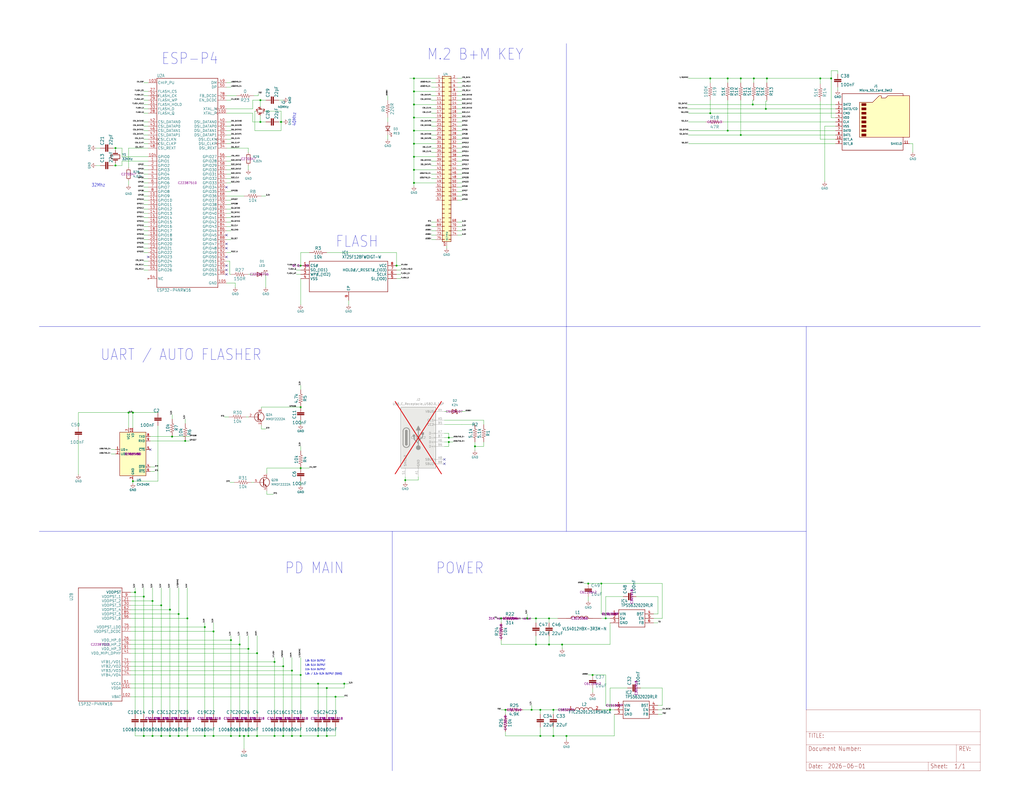
<source format=kicad_sch>
(kicad_sch (version 20250114) (generator "eeschema") (generator_version "9.0")
  (paper "User" 596.9 470.052)
  (text "40Mhz" (at 172.72 73.66 90) (effects (font (size 1.9304 1.6408)) (justify left bottom)))
  (text "UART / AUTO FLASHER" (at 58.42 210.82 0) (effects (font (size 6.4516 5.4838)) (justify left bottom)))
  (text "32Mhz" (at 53.34 109.22 0) (effects (font (size 1.9304 1.6408)) (justify left bottom)))
  (text "M.2 B+M KEY" (at 248.92 35.56 0) (effects (font (size 6.4516 5.4838)) (justify left bottom)))
  (text "FLASH" (at 195.58 144.78 0) (effects (font (size 6.4516 5.4838)) (justify left bottom)))
  (text "PD MAIN" (at 200.66 327.66 0) (effects (font (size 6.4516 5.4838)) (justify right top)))
  (text "1.8v 0.1A OUTPUT" (at 177.8 386.08 0) (effects (font (size 1.016 0.8636)) (justify left bottom)))
  (text "2.5v 0.1A OUTPUT" (at 177.8 391.16 0) (effects (font (size 1.016 0.8636)) (justify left bottom)))
  (text "1.8v 0.1A OUTPUT" (at 177.8 388.62 0) (effects (font (size 1.016 0.8636)) (justify left bottom)))
  (text "POWER" (at 254 335.28 0) (effects (font (size 6.4516 5.4838)) (justify left bottom)))
  (text "1.8v / 3.3v 0.2A OUTPUT (SDIO)" (at 177.8 393.7 0) (effects (font (size 1.016 0.8636)) (justify left bottom)))
  (text "ESP-P4" (at 93.98 38.1 0) (effects (font (size 6.4516 5.4838)) (justify left bottom)))
  (junction (at 276.86 260.35))
  (junction (at 241.3 91.44))
  (junction (at 447.04 45.72))
  (junction (at 241.3 53.34))
  (junction (at 241.3 106.68))
  (junction (at 149.86 429.26))
  (junction (at 170.18 391.16))
  (junction (at 195.58 406.4))
  (junction (at 144.78 378.46))
  (junction (at 431.8 78.74))
  (junction (at 484.505 45.72))
  (junction (at 309.88 414.02))
  (junction (at 175.26 393.7))
  (junction (at 93.98 353.06))
  (junction (at 124.46 429.26))
  (junction (at 322.58 429.26))
  (junction (at 165.1 429.26))
  (junction (at 414.02 66.04))
  (junction (at 320.04 360.68))
  (junction (at 292.1 360.68))
  (junction (at 355.6 414.02))
  (junction (at 77.47 280.67))
  (junction (at 185.42 398.78))
  (junction (at 261.62 255.27))
  (junction (at 345.44 393.7))
  (junction (at 104.14 358.14))
  (junction (at 241.3 99.06))
  (junction (at 175.26 154.94))
  (junction (at 200.66 398.78))
  (junction (at 119.38 365.76))
  (junction (at 139.7 429.26))
  (junction (at 107.95 257.175))
  (junction (at 119.38 429.26))
  (junction (at 88.9 350.52))
  (junction (at 327.66 375.92))
  (junction (at 241.3 60.96))
  (junction (at 88.9 429.26))
  (junction (at 294.64 414.02))
  (junction (at 109.22 360.68))
  (junction (at 478.155 45.72))
  (junction (at 83.82 347.98))
  (junction (at 74.93 240.665))
  (junction (at 241.3 83.82))
  (junction (at 144.78 429.26))
  (junction (at 342.9 340.36))
  (junction (at 241.3 45.72))
  (junction (at 151.765 58.42))
  (junction (at 446.405 63.5))
  (junction (at 350.52 340.36))
  (junction (at 312.42 375.92))
  (junction (at 261.62 257.81))
  (junction (at 93.98 429.26))
  (junction (at 160.02 429.26))
  (junction (at 241.3 68.58))
  (junction (at 99.06 355.6))
  (junction (at 314.96 414.02))
  (junction (at 241.3 76.2))
  (junction (at 353.06 360.68))
  (junction (at 175.26 273.05))
  (junction (at 77.47 240.665))
  (junction (at 231.14 154.94))
  (junction (at 99.06 429.26))
  (junction (at 149.86 381))
  (junction (at 163.83 71.12))
  (junction (at 330.2 429.26))
  (junction (at 170.18 429.26))
  (junction (at 175.26 237.49))
  (junction (at 175.26 429.26))
  (junction (at 78.74 345.44))
  (junction (at 185.42 429.26))
  (junction (at 67.31 86.36))
  (junction (at 139.7 375.92))
  (junction (at 151.765 71.12))
  (junction (at 438.785 60.96))
  (junction (at 67.31 96.52))
  (junction (at 124.46 368.3))
  (junction (at 424.18 45.72))
  (junction (at 424.18 76.2))
  (junction (at 236.22 280.035))
  (junction (at 134.62 373.38))
  (junction (at 160.02 386.08))
  (junction (at 190.5 401.32))
  (junction (at 100.33 254.635))
  (junction (at 320.04 375.92))
  (junction (at 312.42 360.68))
  (junction (at 165.1 388.62))
  (junction (at 414.02 45.72))
  (junction (at 190.5 429.26))
  (junction (at 142.24 429.26))
  (junction (at 439.42 45.72))
  (junction (at 431.8 45.72))
  (junction (at 83.82 429.26))
  (junction (at 109.22 429.26))
  (junction (at 307.34 360.68))
  (junction (at 104.14 429.26))
  (junction (at 134.62 429.26))
  (junction (at 314.96 429.26))
  (junction (at 322.58 414.02))
  (no_connect (at 132.08 137.16))
  (no_connect (at 132.08 149.86))
  (no_connect (at 259.08 270.51))
  (no_connect (at 132.08 160.02))
  (no_connect (at 132.08 157.48))
  (no_connect (at 259.08 267.97))
  (no_connect (at 132.08 154.94))
  (no_connect (at 132.08 142.24))
  (no_connect (at 86.36 149.86))
  (no_connect (at 132.08 109.22))
  (no_connect (at 87.63 262.255))
  (no_connect (at 132.08 144.78))
  (wire (pts (xy 266.7 111.76) (xy 269.24 111.76)) (stroke (width 0.1524)))
  (wire (pts (xy 373.38 401.32) (xy 386.08 401.32)) (stroke (width 0.1524)))
  (wire (pts (xy 175.26 424.18) (xy 175.26 429.26)) (stroke (width 0.1524)))
  (wire (pts (xy 109.22 360.68) (xy 109.22 342.9)) (stroke (width 0.1524)))
  (wire (pts (xy 266.7 88.9) (xy 269.24 88.9)) (stroke (width 0.1524)))
  (wire (pts (xy 254 132.08) (xy 251.46 132.08)) (stroke (width 0.1524)))
  (wire (pts (xy 350.52 414.02) (xy 355.6 414.02)) (stroke (width 0.1524)))
  (wire (pts (xy 147.32 160.02) (xy 144.78 160.02)) (stroke (width 0.1524)))
  (wire (pts (xy 266.7 73.66) (xy 269.24 73.66)) (stroke (width 0.1524)))
  (wire (pts (xy 76.2 401.32) (xy 190.5 401.32)) (stroke (width 0.1524)))
  (wire (pts (xy 322.58 416.56) (xy 322.58 414.02)) (stroke (width 0.1524)))
  (wire (pts (xy 190.5 401.32) (xy 200.66 401.32)) (stroke (width 0.1524)))
  (wire (pts (xy 77.47 240.665) (xy 77.47 249.555)))
  (wire (pts (xy 76.2 347.98) (xy 83.82 347.98)) (stroke (width 0.1524)))
  (wire (pts (xy 170.18 391.16) (xy 170.18 383.54)) (stroke (width 0.1524)))
  (wire (pts (xy 350.52 340.36) (xy 386.08 340.36)) (stroke (width 0.1524)))
  (wire (pts (xy 185.42 398.78) (xy 200.66 398.78)) (stroke (width 0.1524)))
  (wire (pts (xy 330.2 429.26) (xy 358.14 429.26)) (stroke (width 0.1524)))
  (wire (pts (xy 78.74 429.26) (xy 83.82 429.26)) (stroke (width 0.1524)))
  (wire (pts (xy 259.08 247.65) (xy 269.24 247.65)))
  (wire (pts (xy 185.42 424.18) (xy 185.42 429.26)) (stroke (width 0.1524)))
  (wire (pts (xy 302.26 360.68) (xy 307.34 360.68)) (stroke (width 0.1524)))
  (wire (pts (xy 200.66 401.32) (xy 200.66 398.78)) (stroke (width 0.1524)))
  (wire (pts (xy 266.7 109.22) (xy 269.24 109.22)) (stroke (width 0.1524)))
  (wire (pts (xy 447.04 59.055) (xy 447.04 58.42)) (stroke (width 0.1524)))
  (wire (pts (xy 322.58 424.18) (xy 322.58 429.26)) (stroke (width 0.1524)))
  (wire (pts (xy 421.64 71.12) (xy 487.045 71.12)) (stroke (width 0.1524)))
  (wire (pts (xy 266.7 134.62) (xy 269.24 134.62)) (stroke (width 0.1524)))
  (wire (pts (xy 195.58 406.4) (xy 200.66 406.4)) (stroke (width 0.1524)))
  (wire (pts (xy 132.08 71.12) (xy 134.62 71.12)) (stroke (width 0.1524)))
  (wire (pts (xy 165.1 388.62) (xy 165.1 383.54)) (stroke (width 0.1524)))
  (wire (pts (xy 383.54 347.98) (xy 383.54 358.14)) (stroke (width 0.1524)))
  (wire (pts (xy 99.06 424.18) (xy 99.06 429.26)) (stroke (width 0.1524)))
  (wire (pts (xy 170.18 424.18) (xy 170.18 429.26)) (stroke (width 0.1524)))
  (polyline (pts (xy 228.6 309.88) (xy 22.86 309.88)) (stroke (width 0.1524) (type solid)))
  (wire (pts (xy 481.965 60.96) (xy 487.045 60.96)))
  (wire (pts (xy 195.58 416.56) (xy 195.58 406.4)) (stroke (width 0.1524)))
  (wire (pts (xy 109.22 424.18) (xy 109.22 429.26)) (stroke (width 0.1524)))
  (wire (pts (xy 231.14 154.94) (xy 233.68 154.94)) (stroke (width 0.1524)))
  (wire (pts (xy 78.74 416.56) (xy 78.74 345.44)) (stroke (width 0.1524)))
  (wire (pts (xy 148.59 64.77) (xy 148.59 76.2)))
  (wire (pts (xy 386.08 340.36) (xy 386.08 360.68)) (stroke (width 0.1524)))
  (wire (pts (xy 414.02 48.26) (xy 414.02 45.72)) (stroke (width 0.1524)))
  (wire (pts (xy 132.08 129.54) (xy 134.62 129.54)) (stroke (width 0.1524)))
  (wire (pts (xy 144.78 429.26) (xy 149.86 429.26)) (stroke (width 0.1524)))
  (wire (pts (xy 67.31 262.255) (xy 64.77 262.255)) (stroke (width 0.1524)))
  (wire (pts (xy 254 78.74) (xy 251.46 78.74)) (stroke (width 0.1524)))
  (wire (pts (xy 139.7 429.26) (xy 142.24 429.26)) (stroke (width 0.1524)))
  (wire (pts (xy 86.36 127) (xy 83.82 127)) (stroke (width 0.1524)))
  (wire (pts (xy 76.2 388.62) (xy 165.1 388.62)) (stroke (width 0.1524)))
  (wire (pts (xy 160.02 386.08) (xy 160.02 383.54)) (stroke (width 0.1524)))
  (wire (pts (xy 76.2 368.3) (xy 124.46 368.3)) (stroke (width 0.1524)))
  (polyline (pts (xy 469.9 190.5) (xy 571.5 190.5)) (stroke (width 0.1524) (type solid)))
  (wire (pts (xy 269.24 247.65) (xy 276.86 247.65)) (stroke (width 0.1524)))
  (wire (pts (xy 86.36 99.06) (xy 83.82 99.06)) (stroke (width 0.1524)))
  (wire (pts (xy 175.26 227.33) (xy 175.26 224.79)) (stroke (width 0.1524)))
  (wire (pts (xy 320.04 363.22) (xy 320.04 360.68)) (stroke (width 0.1524)))
  (wire (pts (xy 487.045 73.66) (xy 480.695 73.66)))
  (wire (pts (xy 254 76.2) (xy 241.3 76.2)))
  (wire (pts (xy 71.12 96.52) (xy 67.31 96.52)) (stroke (width 0.1524)))
  (wire (pts (xy 478.155 59.055) (xy 478.155 81.28)))
  (wire (pts (xy 86.36 53.34) (xy 83.82 53.34)) (stroke (width 0.1524)))
  (wire (pts (xy 86.36 106.68) (xy 83.82 106.68)) (stroke (width 0.1524)))
  (wire (pts (xy 86.36 124.46) (xy 83.82 124.46)) (stroke (width 0.1524)))
  (wire (pts (xy 484.505 68.58) (xy 487.045 68.58)) (stroke (width 0.1524)))
  (wire (pts (xy 71.12 91.44) (xy 71.12 86.36)) (stroke (width 0.1524)))
  (wire (pts (xy 132.08 111.76) (xy 134.62 111.76)) (stroke (width 0.1524)))
  (wire (pts (xy 67.31 96.52) (xy 66.04 96.52)) (stroke (width 0.1524)))
  (wire (pts (xy 438.785 58.42) (xy 439.42 58.42)) (stroke (width 0.1524)))
  (wire (pts (xy 254 86.36) (xy 251.46 86.36)) (stroke (width 0.1524)))
  (wire (pts (xy 431.8 45.72) (xy 439.42 45.72)) (stroke (width 0.1524)))
  (wire (pts (xy 104.14 358.14) (xy 104.14 416.56)) (stroke (width 0.1524)))
  (wire (pts (xy 86.36 137.16) (xy 83.82 137.16)) (stroke (width 0.1524)))
  (wire (pts (xy 132.08 86.36) (xy 144.78 86.36)) (stroke (width 0.1524)))
  (wire (pts (xy 254 63.5) (xy 251.46 63.5)) (stroke (width 0.1524)))
  (wire (pts (xy 86.36 144.78) (xy 83.82 144.78)) (stroke (width 0.1524)))
  (wire (pts (xy 163.83 71.12) (xy 165.1 71.12)) (stroke (width 0.1524)))
  (wire (pts (xy 67.31 86.36) (xy 67.31 87.63)))
  (wire (pts (xy 266.7 63.5) (xy 269.24 63.5)) (stroke (width 0.1524)))
  (wire (pts (xy 401.32 45.72) (xy 414.02 45.72)) (stroke (width 0.1524)))
  (wire (pts (xy 269.24 129.54) (xy 266.7 129.54)) (stroke (width 0.1524)))
  (wire (pts (xy 147.32 58.42) (xy 151.765 58.42)) (stroke (width 0.1524)))
  (wire (pts (xy 67.31 95.25) (xy 67.31 96.52)))
  (wire (pts (xy 86.36 91.44) (xy 71.12 91.44)) (stroke (width 0.1524)))
  (wire (pts (xy 132.08 132.08) (xy 134.62 132.08)) (stroke (width 0.1524)))
  (wire (pts (xy 266.7 55.88) (xy 269.24 55.88)) (stroke (width 0.1524)))
  (wire (pts (xy 241.3 53.34) (xy 241.3 45.72)))
  (wire (pts (xy 312.42 363.22) (xy 312.42 360.68)) (stroke (width 0.1524)))
  (wire (pts (xy 67.31 86.36) (xy 66.04 86.36)) (stroke (width 0.1524)))
  (wire (pts (xy 76.2 358.14) (xy 104.14 358.14)) (stroke (width 0.1524)))
  (wire (pts (xy 132.08 73.66) (xy 134.62 73.66)) (stroke (width 0.1524)))
  (wire (pts (xy 320.04 370.84) (xy 320.04 375.92)) (stroke (width 0.1524)))
  (wire (pts (xy 87.63 272.415) (xy 90.17 272.415)) (stroke (width 0.1524)))
  (wire (pts (xy 254 48.26) (xy 251.46 48.26)) (stroke (width 0.1524)))
  (wire (pts (xy 144.78 378.46) (xy 144.78 370.84)) (stroke (width 0.1524)))
  (wire (pts (xy 304.8 414.02) (xy 309.88 414.02)) (stroke (width 0.1524)))
  (wire (pts (xy 165.1 429.26) (xy 170.18 429.26)) (stroke (width 0.1524)))
  (wire (pts (xy 87.63 254.635) (xy 100.33 254.635)) (stroke (width 0.1524)))
  (wire (pts (xy 86.36 55.88) (xy 83.82 55.88)) (stroke (width 0.1524)))
  (wire (pts (xy 165.1 424.18) (xy 165.1 429.26)) (stroke (width 0.1524)))
  (wire (pts (xy 269.24 132.08) (xy 266.7 132.08)) (stroke (width 0.1524)))
  (wire (pts (xy 386.08 401.32) (xy 386.08 411.48)) (stroke (width 0.1524)))
  (wire (pts (xy 163.83 64.77) (xy 163.83 71.12)))
  (wire (pts (xy 132.08 83.82) (xy 134.62 83.82)) (stroke (width 0.1524)))
  (wire (pts (xy 254 68.58) (xy 241.3 68.58)))
  (wire (pts (xy 276.86 257.81) (xy 276.86 260.35)) (stroke (width 0.1524)))
  (wire (pts (xy 83.82 347.98) (xy 83.82 342.9)) (stroke (width 0.1524)))
  (wire (pts (xy 132.08 63.5) (xy 147.32 63.5)) (stroke (width 0.1524)))
  (wire (pts (xy 86.36 93.98) (xy 71.12 93.98)) (stroke (width 0.1524)))
  (wire (pts (xy 266.7 71.12) (xy 269.24 71.12)) (stroke (width 0.1524)))
  (wire (pts (xy 93.98 429.26) (xy 99.06 429.26)) (stroke (width 0.1524)))
  (wire (pts (xy 86.36 101.6) (xy 83.82 101.6)) (stroke (width 0.1524)))
  (wire (pts (xy 261.62 257.81) (xy 261.62 260.35)))
  (wire (pts (xy 76.2 345.44) (xy 78.74 345.44)) (stroke (width 0.1524)))
  (wire (pts (xy 261.62 252.73) (xy 261.62 255.27)))
  (wire (pts (xy 45.72 240.665) (xy 45.72 248.92)) (stroke (width 0.1524)))
  (wire (pts (xy 100.33 254.635) (xy 110.49 254.635)) (stroke (width 0.1524)))
  (wire (pts (xy 241.3 83.82) (xy 254 83.82)))
  (polyline (pts (xy 330.2 309.88) (xy 228.6 309.88)) (stroke (width 0.1524) (type solid)))
  (wire (pts (xy 77.47 280.035) (xy 77.47 280.67)))
  (wire (pts (xy 195.58 424.18) (xy 195.58 429.26)) (stroke (width 0.1524)))
  (wire (pts (xy 86.36 132.08) (xy 83.82 132.08)) (stroke (width 0.1524)))
  (wire (pts (xy 266.7 101.6) (xy 269.24 101.6)) (stroke (width 0.1524)))
  (wire (pts (xy 386.08 411.48) (xy 383.54 411.48)) (stroke (width 0.1524)))
  (wire (pts (xy 355.6 414.02) (xy 355.6 401.32)) (stroke (width 0.1524)))
  (wire (pts (xy 414.02 66.04) (xy 401.32 66.04)) (stroke (width 0.1524)))
  (wire (pts (xy 86.36 139.7) (xy 83.82 139.7)) (stroke (width 0.1524)))
  (wire (pts (xy 86.36 96.52) (xy 83.82 96.52)) (stroke (width 0.1524)))
  (wire (pts (xy 259.08 257.81) (xy 261.62 257.81)))
  (wire (pts (xy 254 53.34) (xy 241.3 53.34)))
  (wire (pts (xy 86.36 83.82) (xy 83.82 83.82)) (stroke (width 0.1524)))
  (wire (pts (xy 190.5 424.18) (xy 190.5 429.26)) (stroke (width 0.1524)))
  (wire (pts (xy 67.31 264.795) (xy 64.77 264.795)) (stroke (width 0.1524)))
  (wire (pts (xy 254 101.6) (xy 251.46 101.6)) (stroke (width 0.1524)))
  (wire (pts (xy 154.305 64.77) (xy 163.83 64.77)))
  (wire (pts (xy 241.3 99.06) (xy 241.3 91.44)))
  (wire (pts (xy 133.985 152.4) (xy 133.985 160.02)))
  (wire (pts (xy 134.62 416.56) (xy 134.62 373.38)) (stroke (width 0.1524)))
  (wire (pts (xy 86.36 104.14) (xy 83.82 104.14)) (stroke (width 0.1524)))
  (wire (pts (xy 165.1 416.56) (xy 165.1 388.62)) (stroke (width 0.1524)))
  (wire (pts (xy 226.06 58.42) (xy 226.06 55.88)) (stroke (width 0.1524)))
  (wire (pts (xy 327.66 378.46) (xy 327.66 375.92)) (stroke (width 0.1524)))
  (wire (pts (xy 162.56 58.42) (xy 165.1 58.42)) (stroke (width 0.1524)))
  (wire (pts (xy 484.505 45.72) (xy 484.505 68.58)) (stroke (width 0.1524)))
  (wire (pts (xy 175.26 157.48) (xy 172.72 157.48)) (stroke (width 0.1524)))
  (wire (pts (xy 480.695 85.725) (xy 480.695 106.045)) (stroke (width 0.1524)))
  (wire (pts (xy 78.74 424.18) (xy 78.74 429.26)) (stroke (width 0.1524)))
  (wire (pts (xy 92.075 248.285) (xy 92.075 280.67)))
  (wire (pts (xy 261.62 255.27) (xy 259.08 255.27)))
  (wire (pts (xy 76.2 381) (xy 149.86 381)) (stroke (width 0.1524)))
  (wire (pts (xy 132.08 78.74) (xy 134.62 78.74)) (stroke (width 0.1524)))
  (wire (pts (xy 144.78 96.52) (xy 144.78 99.06)))
  (wire (pts (xy 74.93 105.41) (xy 74.93 107.95)))
  (wire (pts (xy 134.62 55.88) (xy 137.795 55.88)))
  (wire (pts (xy 259.08 245.11) (xy 281.94 245.11)) (stroke (width 0.1524)))
  (wire (pts (xy 266.7 76.2) (xy 269.24 76.2)) (stroke (width 0.1524)))
  (wire (pts (xy 175.26 245.11) (xy 175.26 247.65)) (stroke (width 0.1524)))
  (wire (pts (xy 322.58 414.02) (xy 330.2 414.02)) (stroke (width 0.1524)))
  (wire (pts (xy 175.26 393.7) (xy 175.26 383.54)) (stroke (width 0.1524)))
  (wire (pts (xy 149.225 64.77) (xy 148.59 64.77)))
  (wire (pts (xy 175.26 160.02) (xy 172.72 160.02)) (stroke (width 0.1524)))
  (wire (pts (xy 424.18 76.2) (xy 487.045 76.2)) (stroke (width 0.1524)))
  (wire (pts (xy 132.08 121.92) (xy 134.62 121.92)) (stroke (width 0.1524)))
  (wire (pts (xy 342.9 350.52) (xy 342.9 347.98)) (stroke (width 0.1524)))
  (wire (pts (xy 431.8 78.74) (xy 487.045 78.74)) (stroke (width 0.1524)))
  (wire (pts (xy 350.52 340.36) (xy 342.9 340.36)) (stroke (width 0.1524)))
  (wire (pts (xy 330.2 431.8) (xy 330.2 429.26)) (stroke (width 0.1524)))
  (wire (pts (xy 236.22 278.13) (xy 236.22 280.035)))
  (wire (pts (xy 86.36 129.54) (xy 83.82 129.54)) (stroke (width 0.1524)))
  (wire (pts (xy 175.26 416.56) (xy 175.26 393.7)) (stroke (width 0.1524)))
  (wire (pts (xy 93.98 424.18) (xy 93.98 429.26)) (stroke (width 0.1524)))
  (wire (pts (xy 134.62 373.38) (xy 134.62 370.84)) (stroke (width 0.1524)))
  (wire (pts (xy 190.5 429.26) (xy 195.58 429.26)) (stroke (width 0.1524)))
  (wire (pts (xy 86.36 157.48) (xy 83.82 157.48)) (stroke (width 0.1524)))
  (wire (pts (xy 254 139.7) (xy 251.46 139.7)) (stroke (width 0.1524)))
  (wire (pts (xy 281.94 257.81) (xy 281.94 260.35)) (stroke (width 0.1524)))
  (wire (pts (xy 132.08 93.98) (xy 134.62 93.98)) (stroke (width 0.1524)))
  (wire (pts (xy 132.08 119.38) (xy 134.62 119.38)) (stroke (width 0.1524)))
  (wire (pts (xy 136.525 281.305) (xy 133.985 281.305)) (stroke (width 0.1524)))
  (wire (pts (xy 355.6 358.14) (xy 350.52 358.14)) (stroke (width 0.1524)))
  (wire (pts (xy 86.36 154.94) (xy 83.82 154.94)) (stroke (width 0.1524)))
  (wire (pts (xy 254 73.66) (xy 251.46 73.66)) (stroke (width 0.1524)))
  (wire (pts (xy 132.08 99.06) (xy 134.62 99.06)) (stroke (width 0.1524)))
  (wire (pts (xy 107.95 257.175) (xy 110.49 257.175)) (stroke (width 0.1524)))
  (wire (pts (xy 86.36 121.92) (xy 83.82 121.92)) (stroke (width 0.1524)))
  (wire (pts (xy 144.78 416.56) (xy 144.78 378.46)) (stroke (width 0.1524)))
  (wire (pts (xy 71.12 86.36) (xy 67.31 86.36)) (stroke (width 0.1524)))
  (wire (pts (xy 481.965 60.96) (xy 438.785 60.96)) (stroke (width 0.1524)))
  (wire (pts (xy 345.44 393.7) (xy 342.9 393.7)) (stroke (width 0.1524)))
  (wire (pts (xy 142.24 429.26) (xy 144.78 429.26)) (stroke (width 0.1524)))
  (wire (pts (xy 241.3 106.68) (xy 241.3 99.06)))
  (wire (pts (xy 86.36 114.3) (xy 83.82 114.3)) (stroke (width 0.1524)))
  (wire (pts (xy 241.3 91.44) (xy 241.3 83.82)))
  (wire (pts (xy 254 137.16) (xy 251.46 137.16)) (stroke (width 0.1524)))
  (wire (pts (xy 294.64 414.02) (xy 294.64 416.56)) (stroke (width 0.1524)))
  (wire (pts (xy 155.575 288.29) (xy 155.575 286.385)) (stroke (width 0.1524)))
  (wire (pts (xy 241.3 76.2) (xy 241.3 83.82)))
  (wire (pts (xy 152.4 114.3) (xy 154.94 114.3)) (stroke (width 0.1524)))
  (wire (pts (xy 76.2 378.46) (xy 144.78 378.46)) (stroke (width 0.1524)))
  (wire (pts (xy 86.36 76.2) (xy 83.82 76.2)) (stroke (width 0.1524)))
  (wire (pts (xy 124.46 416.56) (xy 124.46 368.3)) (stroke (width 0.1524)))
  (wire (pts (xy 76.2 355.6) (xy 99.06 355.6)) (stroke (width 0.1524)))
  (wire (pts (xy 132.08 76.2) (xy 134.62 76.2)) (stroke (width 0.1524)))
  (wire (pts (xy 266.7 78.74) (xy 269.24 78.74)) (stroke (width 0.1524)))
  (wire (pts (xy 132.08 91.44) (xy 134.62 91.44)) (stroke (width 0.1524)))
  (wire (pts (xy 314.96 424.18) (xy 314.96 429.26)) (stroke (width 0.1524)))
  (wire (pts (xy 266.7 91.44) (xy 269.24 91.44)) (stroke (width 0.1524)))
  (wire (pts (xy 86.36 63.5) (xy 83.82 63.5)) (stroke (width 0.1524)))
  (wire (pts (xy 151.765 71.12) (xy 154.94 71.12)) (stroke (width 0.1524)))
  (wire (pts (xy 424.18 76.2) (xy 401.32 76.2)) (stroke (width 0.1524)))
  (wire (pts (xy 266.7 66.04) (xy 269.24 66.04)) (stroke (width 0.1524)))
  (wire (pts (xy 86.36 147.32) (xy 83.82 147.32)) (stroke (width 0.1524)))
  (polyline (pts (xy 330.2 309.88) (xy 469.9 309.88)) (stroke (width 0.1524) (type solid)))
  (wire (pts (xy 292.1 373.38) (xy 292.1 375.92)) (stroke (width 0.1524)))
  (wire (pts (xy 83.82 429.26) (xy 88.9 429.26)) (stroke (width 0.1524)))
  (wire (pts (xy 119.38 429.26) (xy 124.46 429.26)) (stroke (width 0.1524)))
  (wire (pts (xy 254 104.14) (xy 251.46 104.14)) (stroke (width 0.1524)))
  (wire (pts (xy 386.08 414.02) (xy 383.54 414.02)) (stroke (width 0.1524)))
  (wire (pts (xy 134.62 429.26) (xy 139.7 429.26)) (stroke (width 0.1524)))
  (wire (pts (xy 190.5 416.56) (xy 190.5 401.32)) (stroke (width 0.1524)))
  (polyline (pts (xy 228.6 309.88) (xy 228.6 449.58)) (stroke (width 0.1524) (type solid)))
  (wire (pts (xy 254 50.8) (xy 251.46 50.8)) (stroke (width 0.1524)))
  (wire (pts (xy 132.08 134.62) (xy 134.62 134.62)) (stroke (width 0.1524)))
  (wire (pts (xy 401.32 83.82) (xy 487.045 83.82)))
  (wire (pts (xy 266.7 104.14) (xy 269.24 104.14)) (stroke (width 0.1524)))
  (wire (pts (xy 88.9 424.18) (xy 88.9 429.26)) (stroke (width 0.1524)))
  (wire (pts (xy 266.7 50.8) (xy 269.24 50.8)) (stroke (width 0.1524)))
  (wire (pts (xy 104.14 358.14) (xy 104.14 342.9)) (stroke (width 0.1524)))
  (wire (pts (xy 132.08 139.7) (xy 134.62 139.7)))
  (wire (pts (xy 370.84 347.98) (xy 383.54 347.98)) (stroke (width 0.1524)))
  (wire (pts (xy 132.08 152.4) (xy 133.985 152.4)))
  (wire (pts (xy 86.36 134.62) (xy 83.82 134.62)) (stroke (width 0.1524)))
  (wire (pts (xy 254 134.62) (xy 251.46 134.62)) (stroke (width 0.1524)))
  (wire (pts (xy 149.86 424.18) (xy 149.86 429.26)) (stroke (width 0.1524)))
  (wire (pts (xy 86.36 73.66) (xy 83.82 73.66)) (stroke (width 0.1524)))
  (wire (pts (xy 132.08 147.32) (xy 134.62 147.32)) (stroke (width 0.1524)))
  (wire (pts (xy 175.26 162.56) (xy 175.26 177.8)) (stroke (width 0.1524)))
  (wire (pts (xy 353.06 411.48) (xy 353.06 393.7)) (stroke (width 0.1524)))
  (wire (pts (xy 150.495 55.88) (xy 150.495 54.61)))
  (wire (pts (xy 231.14 157.48) (xy 233.68 157.48)) (stroke (width 0.1524)))
  (wire (pts (xy 170.18 429.26) (xy 175.26 429.26)) (stroke (width 0.1524)))
  (wire (pts (xy 266.7 45.72) (xy 269.24 45.72)) (stroke (width 0.1524)))
  (wire (pts (xy 93.98 353.06) (xy 93.98 416.56)) (stroke (width 0.1524)))
  (wire (pts (xy 109.22 360.68) (xy 109.22 416.56)) (stroke (width 0.1524)))
  (wire (pts (xy 414.02 58.42) (xy 414.02 66.04)) (stroke (width 0.1524)))
  (wire (pts (xy 446.405 63.5) (xy 400.685 63.5)) (stroke (width 0.1524)))
  (wire (pts (xy 76.2 350.52) (xy 88.9 350.52)) (stroke (width 0.1524)))
  (wire (pts (xy 424.18 45.72) (xy 431.8 45.72)) (stroke (width 0.1524)))
  (wire (pts (xy 104.14 424.18) (xy 104.14 429.26)) (stroke (width 0.1524)))
  (wire (pts (xy 74.93 240.665) (xy 74.93 249.555)) (stroke (width 0.1524)))
  (wire (pts (xy 99.06 355.6) (xy 99.06 342.9)) (stroke (width 0.1524)))
  (wire (pts (xy 132.08 106.68) (xy 134.62 106.68)) (stroke (width 0.1524)))
  (wire (pts (xy 254 71.12) (xy 251.46 71.12)) (stroke (width 0.1524)))
  (wire (pts (xy 149.86 416.56) (xy 149.86 381)) (stroke (width 0.1524)))
  (wire (pts (xy 254 106.68) (xy 241.3 106.68)))
  (wire (pts (xy 478.155 45.72) (xy 478.155 48.895)))
  (wire (pts (xy 424.18 58.42) (xy 424.18 76.2)) (stroke (width 0.1524)))
  (wire (pts (xy 431.8 78.74) (xy 401.32 78.74)) (stroke (width 0.1524)))
  (wire (pts (xy 175.26 273.05) (xy 180.34 273.05)) (stroke (width 0.1524)))
  (wire (pts (xy 147.955 55.88) (xy 150.495 55.88)))
  (wire (pts (xy 146.685 281.305) (xy 147.955 281.305)))
  (wire (pts (xy 87.63 274.955) (xy 90.17 274.955)) (stroke (width 0.1524)))
  (wire (pts (xy 93.98 353.06) (xy 93.98 342.9)) (stroke (width 0.1524)))
  (wire (pts (xy 162.56 71.12) (xy 163.83 71.12)) (stroke (width 0.1524)))
  (wire (pts (xy 276.86 260.35) (xy 276.86 262.89)) (stroke (width 0.1524)))
  (wire (pts (xy 254 129.54) (xy 251.46 129.54)) (stroke (width 0.1524)))
  (wire (pts (xy 86.36 66.04) (xy 83.82 66.04)) (stroke (width 0.1524)))
  (wire (pts (xy 266.7 68.58) (xy 269.24 68.58)) (stroke (width 0.1524)))
  (wire (pts (xy 231.14 147.32) (xy 231.14 154.94)) (stroke (width 0.1524)))
  (polyline (pts (xy 330.2 190.5) (xy 330.2 309.88)) (stroke (width 0.1524) (type solid)))
  (wire (pts (xy 266.7 83.82) (xy 269.24 83.82)) (stroke (width 0.1524)))
  (wire (pts (xy 294.64 426.72) (xy 294.64 429.26)) (stroke (width 0.1524)))
  (wire (pts (xy 243.84 280.035) (xy 243.84 278.13)))
  (wire (pts (xy 292.1 360.68) (xy 292.1 363.22)) (stroke (width 0.1524)))
  (wire (pts (xy 355.6 375.92) (xy 355.6 363.22)) (stroke (width 0.1524)))
  (wire (pts (xy 431.8 48.26) (xy 431.8 45.72)) (stroke (width 0.1524)))
  (wire (pts (xy 226.06 78.74) (xy 226.06 81.28)) (stroke (width 0.1524)))
  (wire (pts (xy 86.36 109.22) (xy 83.82 109.22)) (stroke (width 0.1524)))
  (wire (pts (xy 132.08 114.3) (xy 142.24 114.3)) (stroke (width 0.1524)))
  (wire (pts (xy 175.26 283.21) (xy 175.26 280.67)) (stroke (width 0.1524)))
  (wire (pts (xy 88.9 350.52) (xy 88.9 342.9)) (stroke (width 0.1524)))
  (wire (pts (xy 124.46 368.3) (xy 124.46 363.22)) (stroke (width 0.1524)))
  (wire (pts (xy 190.5 147.32) (xy 231.14 147.32)) (stroke (width 0.1524)))
  (wire (pts (xy 86.36 71.12) (xy 83.82 71.12)) (stroke (width 0.1524)))
  (wire (pts (xy 532.13 83.82) (xy 530.225 83.82)))
  (wire (pts (xy 342.9 340.36) (xy 340.36 340.36)) (stroke (width 0.1524)))
  (wire (pts (xy 88.9 429.26) (xy 93.98 429.26)) (stroke (width 0.1524)))
  (wire (pts (xy 124.46 429.26) (xy 134.62 429.26)) (stroke (width 0.1524)))
  (wire (pts (xy 241.3 106.68) (xy 241.3 108.585)))
  (wire (pts (xy 132.08 165.1) (xy 137.16 165.1)) (stroke (width 0.1524)))
  (wire (pts (xy 254 99.06) (xy 241.3 99.06)))
  (wire (pts (xy 446.405 63.5) (xy 487.045 63.5)) (stroke (width 0.1524)))
  (wire (pts (xy 86.36 152.4) (xy 83.82 152.4)) (stroke (width 0.1524)))
  (wire (pts (xy 353.06 360.68) (xy 355.6 360.68)) (stroke (width 0.1524)))
  (polyline (pts (xy 22.86 190.5) (xy 330.2 190.5)) (stroke (width 0.1524) (type solid)))
  (wire (pts (xy 147.32 71.12) (xy 151.765 71.12)) (stroke (width 0.1524)))
  (wire (pts (xy 484.505 41.275) (xy 484.505 45.72)))
  (wire (pts (xy 266.7 86.36) (xy 269.24 86.36)) (stroke (width 0.1524)))
  (wire (pts (xy 259.08 240.03) (xy 260.985 240.03)))
  (wire (pts (xy 260.35 143.51) (xy 260.35 144.78)))
  (wire (pts (xy 133.985 160.02) (xy 134.62 160.02)))
  (wire (pts (xy 200.66 398.78) (xy 203.2 398.78)) (stroke (width 0.1524)))
  (wire (pts (xy 132.08 124.46) (xy 134.62 124.46)) (stroke (width 0.1524)))
  (wire (pts (xy 154.94 160.02) (xy 154.94 167.64)) (stroke (width 0.1524)))
  (wire (pts (xy 152.4 237.49) (xy 175.26 237.49)) (stroke (width 0.1524)))
  (wire (pts (xy 266.7 96.52) (xy 269.24 96.52)) (stroke (width 0.1524)))
  (wire (pts (xy 478.155 81.28) (xy 487.045 81.28)))
  (wire (pts (xy 309.88 414.02) (xy 309.88 411.48)) (stroke (width 0.1524)))
  (wire (pts (xy 439.42 45.72) (xy 447.04 45.72)) (stroke (width 0.1524)))
  (wire (pts (xy 424.18 48.26) (xy 424.18 45.72)) (stroke (width 0.1524)))
  (wire (pts (xy 76.2 373.38) (xy 134.62 373.38)) (stroke (width 0.1524)))
  (wire (pts (xy 261.62 255.27) (xy 264.16 255.27)) (stroke (width 0.1524)))
  (wire (pts (xy 292.1 360.68) (xy 289.56 360.68)) (stroke (width 0.1524)))
  (wire (pts (xy 76.2 386.08) (xy 160.02 386.08)) (stroke (width 0.1524)))
  (wire (pts (xy 383.54 416.56) (xy 386.08 416.56)) (stroke (width 0.1524)))
  (wire (pts (xy 320.04 375.92) (xy 327.66 375.92)) (stroke (width 0.1524)))
  (wire (pts (xy 132.08 48.26) (xy 134.62 48.26)) (stroke (width 0.1524)))
  (wire (pts (xy 76.2 353.06) (xy 93.98 353.06)) (stroke (width 0.1524)))
  (wire (pts (xy 400.685 60.96) (xy 438.785 60.96)) (stroke (width 0.1524)))
  (wire (pts (xy 345.44 403.86) (xy 345.44 401.32)) (stroke (width 0.1524)))
  (wire (pts (xy 480.695 73.66) (xy 480.695 85.725)))
  (wire (pts (xy 411.48 71.12) (xy 401.32 71.12)) (stroke (width 0.1524)))
  (wire (pts (xy 132.08 101.6) (xy 134.62 101.6)) (stroke (width 0.1524)))
  (wire (pts (xy 266.7 137.16) (xy 269.24 137.16)) (stroke (width 0.1524)))
  (wire (pts (xy 76.2 398.78) (xy 185.42 398.78)) (stroke (width 0.1524)))
  (wire (pts (xy 88.9 350.52) (xy 88.9 416.56)) (stroke (width 0.1524)))
  (polyline (pts (xy 469.9 309.88) (xy 469.9 414.02)) (stroke (width 0.1524) (type solid)))
  (wire (pts (xy 241.3 76.2) (xy 241.3 68.58)))
  (wire (pts (xy 241.3 68.58) (xy 241.3 60.96)))
  (wire (pts (xy 175.26 273.05) (xy 155.575 273.05)) (stroke (width 0.1524)))
  (wire (pts (xy 86.36 111.76) (xy 83.82 111.76)) (stroke (width 0.1524)))
  (wire (pts (xy 86.36 58.42) (xy 83.82 58.42)) (stroke (width 0.1524)))
  (wire (pts (xy 170.18 416.56) (xy 170.18 391.16)) (stroke (width 0.1524)))
  (wire (pts (xy 76.2 391.16) (xy 170.18 391.16)) (stroke (width 0.1524)))
  (wire (pts (xy 143.51 243.205) (xy 144.78 243.205)))
  (wire (pts (xy 74.93 240.665) (xy 77.47 240.665)))
  (wire (pts (xy 236.22 280.035) (xy 236.22 281.305)))
  (wire (pts (xy 100.33 244.475) (xy 100.33 241.935)) (stroke (width 0.1524)))
  (wire (pts (xy 307.34 360.68) (xy 307.34 358.14)) (stroke (width 0.1524)))
  (polyline (pts (xy 330.2 190.5) (xy 469.9 190.5)) (stroke (width 0.1524) (type solid)))
  (wire (pts (xy 76.2 360.68) (xy 109.22 360.68)) (stroke (width 0.1524)))
  (wire (pts (xy 86.36 119.38) (xy 83.82 119.38)) (stroke (width 0.1524)))
  (wire (pts (xy 149.86 381) (xy 149.86 370.84)) (stroke (width 0.1524)))
  (wire (pts (xy 132.08 127) (xy 134.62 127)) (stroke (width 0.1524)))
  (wire (pts (xy 45.72 240.665) (xy 74.93 240.665)) (stroke (width 0.1524)))
  (wire (pts (xy 45.72 256.54) (xy 45.72 276.86)) (stroke (width 0.1524)))
  (wire (pts (xy 83.82 424.18) (xy 83.82 429.26)) (stroke (width 0.1524)))
  (wire (pts (xy 292.1 375.92) (xy 312.42 375.92)) (stroke (width 0.1524)))
  (wire (pts (xy 266.7 106.68) (xy 269.24 106.68)) (stroke (width 0.1524)))
  (wire (pts (xy 478.155 45.72) (xy 484.505 45.72)) (stroke (width 0.1524)))
  (wire (pts (xy 139.7 416.56) (xy 139.7 375.92)) (stroke (width 0.1524)))
  (wire (pts (xy 231.14 162.56) (xy 233.68 162.56)) (stroke (width 0.1524)))
  (wire (pts (xy 327.66 375.92) (xy 355.6 375.92)) (stroke (width 0.1524)))
  (wire (pts (xy 175.26 147.32) (xy 180.34 147.32)) (stroke (width 0.1524)))
  (wire (pts (xy 236.22 280.035) (xy 243.84 280.035)))
  (wire (pts (xy 58.42 96.52) (xy 55.88 96.52)) (stroke (width 0.1524)))
  (wire (pts (xy 358.14 411.48) (xy 353.06 411.48)) (stroke (width 0.1524)))
  (wire (pts (xy 276.86 260.35) (xy 281.94 260.35)) (stroke (width 0.1524)))
  (wire (pts (xy 266.7 58.42) (xy 269.24 58.42)) (stroke (width 0.1524)))
  (wire (pts (xy 87.63 257.175) (xy 107.95 257.175)) (stroke (width 0.1524)))
  (wire (pts (xy 353.06 360.68) (xy 353.06 347.98)) (stroke (width 0.1524)))
  (wire (pts (xy 261.62 260.35) (xy 259.08 260.35)))
  (wire (pts (xy 175.26 429.26) (xy 185.42 429.26)) (stroke (width 0.1524)))
  (wire (pts (xy 446.405 59.055) (xy 447.04 59.055)) (stroke (width 0.1524)))
  (wire (pts (xy 86.36 78.74) (xy 83.82 78.74)) (stroke (width 0.1524)))
  (wire (pts (xy 294.64 429.26) (xy 314.96 429.26)) (stroke (width 0.1524)))
  (wire (pts (xy 309.88 414.02) (xy 314.96 414.02)) (stroke (width 0.1524)))
  (wire (pts (xy 134.62 424.18) (xy 134.62 429.26)) (stroke (width 0.1524)))
  (wire (pts (xy 355.6 401.32) (xy 365.76 401.32)) (stroke (width 0.1524)))
  (wire (pts (xy 76.2 375.92) (xy 139.7 375.92)) (stroke (width 0.1524)))
  (wire (pts (xy 185.42 416.56) (xy 185.42 398.78)) (stroke (width 0.1524)))
  (wire (pts (xy 175.26 154.94) (xy 175.26 147.32)) (stroke (width 0.1524)))
  (wire (pts (xy 76.2 365.76) (xy 119.38 365.76)) (stroke (width 0.1524)))
  (wire (pts (xy 414.02 45.72) (xy 424.18 45.72)) (stroke (width 0.1524)))
  (wire (pts (xy 133.35 243.205) (xy 130.81 243.205)) (stroke (width 0.1524)))
  (wire (pts (xy 314.96 414.02) (xy 322.58 414.02)) (stroke (width 0.1524)))
  (wire (pts (xy 132.08 50.8) (xy 134.62 50.8)) (stroke (width 0.1524)))
  (wire (pts (xy 124.46 424.18) (xy 124.46 429.26)) (stroke (width 0.1524)))
  (wire (pts (xy 160.02 424.18) (xy 160.02 429.26)) (stroke (width 0.1524)))
  (wire (pts (xy 353.06 393.7) (xy 345.44 393.7)) (stroke (width 0.1524)))
  (wire (pts (xy 83.82 347.98) (xy 83.82 416.56)) (stroke (width 0.1524)))
  (wire (pts (xy 119.38 416.56) (xy 119.38 365.76)) (stroke (width 0.1524)))
  (wire (pts (xy 446.405 59.055) (xy 446.405 63.5)) (stroke (width 0.1524)))
  (wire (pts (xy 119.38 365.76) (xy 119.38 363.22)) (stroke (width 0.1524)))
  (wire (pts (xy 350.52 358.14) (xy 350.52 340.36)) (stroke (width 0.1524)))
  (wire (pts (xy 86.36 81.28) (xy 83.82 81.28)) (stroke (width 0.1524)))
  (wire (pts (xy 312.42 370.84) (xy 312.42 375.92)) (stroke (width 0.1524)))
  (wire (pts (xy 241.3 45.72) (xy 238.76 45.72)) (stroke (width 0.1524)))
  (wire (pts (xy 76.2 393.7) (xy 175.26 393.7)) (stroke (width 0.1524)))
  (wire (pts (xy 77.47 280.67) (xy 77.47 281.94)))
  (wire (pts (xy 254 91.44) (xy 241.3 91.44)))
  (wire (pts (xy 254 96.52) (xy 251.46 96.52)) (stroke (width 0.1524)))
  (polyline (pts (xy 469.9 309.88) (xy 469.9 190.5)) (stroke (width 0.1524) (type solid)))
  (wire (pts (xy 266.7 48.26) (xy 269.24 48.26)) (stroke (width 0.1524)))
  (wire (pts (xy 132.08 66.04) (xy 147.32 66.04)) (stroke (width 0.1524)))
  (wire (pts (xy 447.04 45.72) (xy 478.155 45.72)) (stroke (width 0.1524)))
  (wire (pts (xy 76.2 406.4) (xy 195.58 406.4)) (stroke (width 0.1524)))
  (wire (pts (xy 241.3 60.96) (xy 241.3 53.34)))
  (wire (pts (xy 259.08 252.73) (xy 261.62 252.73)))
  (wire (pts (xy 99.06 355.6) (xy 99.06 416.56)) (stroke (width 0.1524)))
  (wire (pts (xy 355.6 414.02) (xy 358.14 414.02)) (stroke (width 0.1524)))
  (wire (pts (xy 312.42 375.92) (xy 320.04 375.92)) (stroke (width 0.1524)))
  (wire (pts (xy 307.34 360.68) (xy 312.42 360.68)) (stroke (width 0.1524)))
  (wire (pts (xy 132.08 116.84) (xy 134.62 116.84)) (stroke (width 0.1524)))
  (wire (pts (xy 119.38 424.18) (xy 119.38 429.26)) (stroke (width 0.1524)))
  (wire (pts (xy 254 58.42) (xy 251.46 58.42)) (stroke (width 0.1524)))
  (wire (pts (xy 92.075 280.67) (xy 77.47 280.67)))
  (polyline (pts (xy 330.2 190.5) (xy 330.2 25.4)) (stroke (width 0.1524) (type solid)))
  (wire (pts (xy 86.36 116.84) (xy 83.82 116.84)) (stroke (width 0.1524)))
  (wire (pts (xy 132.08 81.28) (xy 134.62 81.28)) (stroke (width 0.1524)))
  (wire (pts (xy 151.765 58.42) (xy 151.765 62.23)))
  (wire (pts (xy 488.315 50.8) (xy 488.315 52.705)))
  (wire (pts (xy 74.93 86.36) (xy 74.93 97.79)) (stroke (width 0.1524)))
  (wire (pts (xy 99.06 429.26) (xy 104.14 429.26)) (stroke (width 0.1524)))
  (wire (pts (xy 132.08 58.42) (xy 134.62 58.42)) (stroke (width 0.1524)))
  (wire (pts (xy 254 88.9) (xy 251.46 88.9)) (stroke (width 0.1524)))
  (wire (pts (xy 148.59 76.2) (xy 163.83 76.2)))
  (wire (pts (xy 320.04 360.68) (xy 325.12 360.68)) (stroke (width 0.1524)))
  (wire (pts (xy 71.12 93.98) (xy 71.12 96.52)) (stroke (width 0.1524)))
  (wire (pts (xy 294.64 414.02) (xy 292.1 414.02)) (stroke (width 0.1524)))
  (wire (pts (xy 144.78 424.18) (xy 144.78 429.26)) (stroke (width 0.1524)))
  (wire (pts (xy 203.2 175.26) (xy 203.2 177.8)) (stroke (width 0.1524)))
  (wire (pts (xy 488.315 43.18) (xy 488.315 41.275)))
  (wire (pts (xy 431.8 58.42) (xy 431.8 78.74)) (stroke (width 0.1524)))
  (wire (pts (xy 175.26 154.94) (xy 172.72 154.94)) (stroke (width 0.1524)))
  (wire (pts (xy 266.7 53.34) (xy 269.24 53.34)) (stroke (width 0.1524)))
  (wire (pts (xy 160.02 416.56) (xy 160.02 386.08)) (stroke (width 0.1524)))
  (wire (pts (xy 151.765 67.31) (xy 151.765 71.12)))
  (wire (pts (xy 152.4 250.19) (xy 154.94 250.19)) (stroke (width 0.1524)))
  (wire (pts (xy 447.04 48.26) (xy 447.04 45.72)) (stroke (width 0.1524)))
  (wire (pts (xy 78.74 345.44) (xy 78.74 342.9)) (stroke (width 0.1524)))
  (wire (pts (xy 414.02 66.04) (xy 487.045 66.04)) (stroke (width 0.1524)))
  (wire (pts (xy 142.24 429.26) (xy 142.24 436.88)) (stroke (width 0.1524)))
  (wire (pts (xy 109.22 429.26) (xy 119.38 429.26)) (stroke (width 0.1524)))
  (wire (pts (xy 132.08 55.88) (xy 134.62 55.88)) (stroke (width 0.1524)))
  (wire (pts (xy 439.42 48.26) (xy 439.42 45.72)) (stroke (width 0.1524)))
  (wire (pts (xy 266.7 60.96) (xy 269.24 60.96)) (stroke (width 0.1524)))
  (wire (pts (xy 261.62 257.81) (xy 264.16 257.81)) (stroke (width 0.1524)))
  (wire (pts (xy 132.08 96.52) (xy 134.62 96.52)) (stroke (width 0.1524)))
  (wire (pts (xy 281.94 245.11) (xy 281.94 247.65)) (stroke (width 0.1524)))
  (wire (pts (xy 381 363.22) (xy 383.54 363.22)) (stroke (width 0.1524)))
  (wire (pts (xy 350.52 360.68) (xy 353.06 360.68)) (stroke (width 0.1524)))
  (wire (pts (xy 266.7 81.28) (xy 269.24 81.28)) (stroke (width 0.1524)))
  (wire (pts (xy 139.7 424.18) (xy 139.7 429.26)) (stroke (width 0.1524)))
  (wire (pts (xy 86.36 142.24) (xy 83.82 142.24)) (stroke (width 0.1524)))
  (wire (pts (xy 107.95 247.015) (xy 107.95 244.475)) (stroke (width 0.1524)))
  (wire (pts (xy 254 93.98) (xy 251.46 93.98)) (stroke (width 0.1524)))
  (wire (pts (xy 86.36 60.96) (xy 83.82 60.96)) (stroke (width 0.1524)))
  (wire (pts (xy 175.26 262.89) (xy 175.26 260.35)) (stroke (width 0.1524)))
  (wire (pts (xy 104.14 429.26) (xy 109.22 429.26)) (stroke (width 0.1524)))
  (wire (pts (xy 226.06 71.12) (xy 226.06 68.58)) (stroke (width 0.1524)))
  (wire (pts (xy 132.08 104.14) (xy 134.62 104.14)) (stroke (width 0.1524)))
  (wire (pts (xy 312.42 360.68) (xy 320.04 360.68)) (stroke (width 0.1524)))
  (wire (pts (xy 383.54 358.14) (xy 381 358.14)) (stroke (width 0.1524)))
  (wire (pts (xy 254 81.28) (xy 251.46 81.28)) (stroke (width 0.1524)))
  (wire (pts (xy 254 45.72) (xy 241.3 45.72)) (stroke (width 0.1524)))
  (wire (pts (xy 147.32 66.04) (xy 147.32 71.12)) (stroke (width 0.1524)))
  (wire (pts (xy 254 66.04) (xy 251.46 66.04)) (stroke (width 0.1524)))
  (wire (pts (xy 92.075 240.665) (xy 77.47 240.665)))
  (wire (pts (xy 74.93 86.36) (xy 86.36 86.36)) (stroke (width 0.1524)))
  (wire (pts (xy 438.785 58.42) (xy 438.785 60.96)) (stroke (width 0.1524)))
  (wire (pts (xy 231.14 160.02) (xy 233.68 160.02)) (stroke (width 0.1524)))
  (wire (pts (xy 314.96 416.56) (xy 314.96 414.02)) (stroke (width 0.1524)))
  (wire (pts (xy 86.36 48.26) (xy 83.82 48.26)) (stroke (width 0.1524)))
  (wire (pts (xy 58.42 86.36) (xy 55.88 86.36)) (stroke (width 0.1524)))
  (wire (pts (xy 137.16 165.1) (xy 137.16 167.64)) (stroke (width 0.1524)))
  (wire (pts (xy 386.08 360.68) (xy 381 360.68)) (stroke (width 0.1524)))
  (wire (pts (xy 358.14 429.26) (xy 358.14 416.56)) (stroke (width 0.1524)))
  (wire (pts (xy 185.42 429.26) (xy 190.5 429.26)) (stroke (width 0.1524)))
  (wire (pts (xy 322.58 429.26) (xy 330.2 429.26)) (stroke (width 0.1524)))
  (wire (pts (xy 163.83 76.2) (xy 163.83 71.12)))
  (wire (pts (xy 160.02 429.26) (xy 165.1 429.26)) (stroke (width 0.1524)))
  (wire (pts (xy 144.78 86.36) (xy 144.78 88.9)) (stroke (width 0.1524)))
  (wire (pts (xy 353.06 347.98) (xy 363.22 347.98)) (stroke (width 0.1524)))
  (wire (pts (xy 254 60.96) (xy 241.3 60.96)))
  (wire (pts (xy 147.32 63.5) (xy 147.32 58.42)) (stroke (width 0.1524)))
  (wire (pts (xy 488.315 41.275) (xy 484.505 41.275)))
  (wire (pts (xy 155.575 288.29) (xy 159.385 288.29)) (stroke (width 0.1524)))
  (wire (pts (xy 266.7 93.98) (xy 269.24 93.98)) (stroke (width 0.1524)))
  (wire (pts (xy 149.86 429.26) (xy 160.02 429.26)) (stroke (width 0.1524)))
  (wire (pts (xy 254 55.88) (xy 251.46 55.88)) (stroke (width 0.1524)))
  (wire (pts (xy 268.605 240.03) (xy 271.145 240.03)) (stroke (width 0.1524)))
  (wire (pts (xy 152.4 248.285) (xy 152.4 250.19)) (stroke (width 0.1524)))
  (wire (pts (xy 314.96 429.26) (xy 322.58 429.26)) (stroke (width 0.1524)))
  (wire (pts (xy 266.7 99.06) (xy 269.24 99.06)) (stroke (width 0.1524)))
  (wire (pts (xy 152.4 237.49) (xy 152.4 238.125)) (stroke (width 0.1524)))
  (wire (pts (xy 266.7 116.84) (xy 269.24 116.84)) (stroke (width 0.1524)))
  (wire (pts (xy 266.7 114.3) (xy 269.24 114.3)) (stroke (width 0.1524)))
  (wire (pts (xy 155.575 273.05) (xy 155.575 276.225)) (stroke (width 0.1524)))
  (wire (pts (xy 532.13 88.9) (xy 532.13 83.82)))
  (wire (pts (xy 139.7 375.92) (xy 139.7 370.84)) (stroke (width 0.1524)))
  (wire (pts (xy 151.765 58.42) (xy 154.94 58.42)) (stroke (width 0.1524)))
  (label "I2S_SCLK" (at 269.24 53.34 0) (effects (font (size 0.7112 0.7112))))
  (label "USB5V" (at 251.46 132.08 180) (effects (font (size 0.7112 0.7112))))
  (label "RTC" (at 200.66 406.4 0) (effects (font (size 0.7112 0.7112))))
  (label "USB2HS_D+" (at 134.62 50.8 0) (effects (font (size 0.7112 0.7112))))
  (label "3.3V" (at 269.24 129.54 0) (effects (font (size 0.7112 0.7112))))
  (label "USBJTAG_D-" (at 251.46 104.14 180) (effects (font (size 0.7112 0.7112))))
  (label "1.2V" (at 134.62 370.84 90) (effects (font (size 0.7112 0.7112))))
  (label "FLASH_HOLD" (at 233.68 157.48 0) (effects (font (size 0.7112 0.7112))))
  (label "FLASH_WP" (at 172.72 160.02 180) (effects (font (size 0.7112 0.7112))))
  (label "SD2_DATA2" (at 134.62 99.06 0) (effects (font (size 0.7112 0.7112))))
  (label "FB" (at 383.54 363.22 0) (effects (font (size 0.7112 0.7112))))
  (label "3.3V" (at 269.24 137.16 0) (effects (font (size 0.7112 0.7112))))
  (label "GPIO13" (at 83.82 124.46 180) (effects (font (size 0.7112 0.7112))))
  (label "FB2" (at 292.1 414.02 180) (effects (font (size 0.7112 0.7112))))
  (label "GPIO6" (at 269.24 76.2 0) (effects (font (size 0.7112 0.7112))))
  (label "GPIO18" (at 269.24 101.6 0) (effects (font (size 0.7112 0.7112))))
  (label "CSI_DATAN0" (at 83.82 71.12 180) (effects (font (size 0.7112 0.7112))))
  (label "USB2HS_D+" (at 251.46 48.26 180) (effects (font (size 0.7112 0.7112))))
  (label "3.3V" (at 307.34 358.14 90) (effects (font (size 0.7112 0.7112))))
  (label "DSI_DATAP0" (at 134.62 73.66 0) (effects (font (size 0.7112 0.7112))))
  (label "GPIO7" (at 83.82 109.22 180) (effects (font (size 0.7112 0.7112))))
  (label "GPIO37" (at 134.62 116.84 0) (effects (font (size 0.7112 0.7112))))
  (label "FLASH_Q" (at 172.72 157.48 180) (effects (font (size 0.7112 0.7112))))
  (label "SD_CLK" (at 134.62 132.08 0) (effects (font (size 0.7112 0.7112))))
  (label "1.2V" (at 139.7 370.84 90) (effects (font (size 0.7112 0.7112))))
  (label "USB5V" (at 226.06 55.88 90) (effects (font (size 0.7112 0.7112))))
  (label "3.3V" (at 74.93 240.665 0) (effects (font (size 0.7112 0.7112))))
  (label "I2S_LRCK" (at 269.24 48.26 0) (effects (font (size 0.7112 0.7112))))
  (label "V/SDMMC" (at 104.14 342.9 90) (effects (font (size 0.7112 0.7112))))
  (label "CSI_DATAP1" (at 83.82 78.74 180) (effects (font (size 0.7112 0.7112))))
  (label "CSI_DATAN1" (at 251.46 58.42 180) (effects (font (size 0.7112 0.7112))))
  (label "3.3V" (at 83.82 342.9 90) (effects (font (size 0.7112 0.7112))))
  (label "3.3V" (at 175.26 224.79 90) (effects (font (size 0.7112 0.7112))))
  (label "SD2_DATA3" (at 134.62 96.52 0) (effects (font (size 0.7112 0.7112))))
  (label "RTC" (at 251.46 129.54 180) (effects (font (size 0.7112 0.7112))))
  (label "GPIO17" (at 83.82 134.62 180) (effects (font (size 0.7112 0.7112))))
  (label "SD_CMD" (at 401.32 66.04 180) (effects (font (size 0.7112 0.7112))))
  (label "3.3V" (at 78.74 342.9 90) (effects (font (size 0.7112 0.7112))))
  (label "3.3V" (at 99.06 342.9 90) (effects (font (size 0.7112 0.7112))))
  (label "SD2_DATA2" (at 269.24 60.96 0) (effects (font (size 0.7112 0.7112))))
  (label "SD_DATA1" (at 134.62 124.46 0) (effects (font (size 0.7112 0.7112))))
  (label "USB5V" (at 251.46 139.7 180) (effects (font (size 0.7112 0.7112))))
  (label "I2S_MCLK" (at 83.82 157.48 180) (effects (font (size 0.7112 0.7112))))
  (label "3.3V" (at 93.98 342.9 90) (effects (font (size 0.7112 0.7112))))
  (label "GPIO16" (at 269.24 93.98 0) (effects (font (size 0.7112 0.7112))))
  (label "DTR" (at 154.94 250.19 0) (effects (font (size 0.7112 0.7112))))
  (label "GPIO8" (at 269.24 78.74 0) (effects (font (size 0.7112 0.7112))))
  (label "SD2_DATA0" (at 134.62 93.98 0) (effects (font (size 0.7112 0.7112))))
  (label "GPIO19" (at 83.82 139.7 180) (effects (font (size 0.7112 0.7112))))
  (label "GPIO9" (at 83.82 114.3 180) (effects (font (size 0.7112 0.7112))))
  (label "GPIO12" (at 269.24 83.82 0) (effects (font (size 0.7112 0.7112))))
  (label "USBJTAG_D+" (at 64.77 262.255 180) (effects (font (size 0.7112 0.7112))))
  (label "3.3V" (at 124.46 363.22 90) (effects (font (size 0.7112 0.7112))))
  (label "USB5V" (at 340.36 340.36 180) (effects (font (size 0.7112 0.7112))))
  (label "CSI_CLKP" (at 251.46 66.04 180) (effects (font (size 0.7112 0.7112))))
  (label "GPIO4" (at 269.24 73.66 0) (effects (font (size 0.7112 0.7112))))
  (label "USB5V" (at 271.145 240.03 0) (effects (font (size 0.7112 0.7112))))
  (label "GPIO3" (at 83.82 99.06 180) (effects (font (size 0.7112 0.7112))))
  (label "3.3V" (at 109.22 342.9 90) (effects (font (size 0.7112 0.7112))))
  (label "FLASH_CS" (at 83.82 53.34 180) (effects (font (size 0.7112 0.7112))))
  (label "RTS" (at 130.81 243.205 180) (effects (font (size 0.7112 0.7112))))
  (label "VFLASH" (at 233.68 154.94 0) (effects (font (size 0.7112 0.7112))))
  (label "GPIO22" (at 83.82 147.32 180) (effects (font (size 0.7112 0.7112))))
  (label "DSI_DATAN0" (at 251.46 78.74 180) (effects (font (size 0.7112 0.7112))))
  (label "SD2_CLK" (at 134.62 104.14 0) (effects (font (size 0.7112 0.7112))))
  (label "FLASH_WP" (at 83.82 58.42 180) (effects (font (size 0.7112 0.7112))))
  (label "GPIO38" (at 110.49 254.635 0) (effects (font (size 0.7112 0.7112))))
  (label "CSI_CLKN" (at 251.46 63.5 180) (effects (font (size 0.7112 0.7112))))
  (label "USBJTAG_D-" (at 264.16 255.27 0) (effects (font (size 0.7112 0.7112))))
  (label "3.3V" (at 107.95 244.475 90) (effects (font (size 0.7112 0.7112))))
  (label "3.3V" (at 269.24 132.08 0) (effects (font (size 0.7112 0.7112))))
  (label "GPIO15" (at 83.82 129.54 180) (effects (font (size 0.7112 0.7112))))
  (label "VPSRAM" (at 165.1 383.54 90) (effects (font (size 0.7112 0.7112))))
  (label "CSI_DATAP0" (at 83.82 73.66 180) (effects (font (size 0.7112 0.7112))))
  (label "VMIPI" (at 149.86 370.84 90) (effects (font (size 0.7112 0.7112))))
  (label "I2S_DATA" (at 269.24 45.72 0) (effects (font (size 0.7112 0.7112))))
  (label "GPIO9" (at 269.24 109.22 0) (effects (font (size 0.7112 0.7112))))
  (label "GPIO4" (at 83.82 101.6 180) (effects (font (size 0.7112 0.7112))))
  (label "CSI_DATAP0" (at 251.46 71.12 180) (effects (font (size 0.7112 0.7112))))
  (label "USBJTAG_D+" (at 251.46 101.6 180) (effects (font (size 0.7112 0.7112))))
  (label "DSI_DATAP1" (at 134.62 78.74 0) (effects (font (size 0.7112 0.7112))))
  (label "1.2V" (at 309.88 411.48 90) (effects (font (size 0.7112 0.7112))))
  (label "DSI_CLKP" (at 251.46 86.36 180) (effects (font (size 0.7112 0.7112))))
  (label "GPIO11" (at 83.82 119.38 180) (effects (font (size 0.7112 0.7112))))
  (label "DSI_DATAN1" (at 251.46 93.98 180) (effects (font (size 0.7112 0.7112))))
  (label "FB2" (at 150.495 54.61 0) (effects (font (size 0.7112 0.7112))))
  (label "SD_DATA3" (at 400.685 63.5 180) (effects (font (size 0.7112 0.7112))))
  (label "GPIO16" (at 83.82 132.08 180) (effects (font (size 0.7112 0.7112))))
  (label "USBJTAG_D-" (at 64.77 264.795 180) (effects (font (size 0.7112 0.7112))))
  (label "VFLASH" (at 160.02 383.54 90) (effects (font (size 0.7112 0.7112))))
  (label "SD2_CMD" (at 134.62 106.68 0) (effects (font (size 0.7112 0.7112))))
  (label "GPIO2" (at 269.24 71.12 0) (effects (font (size 0.7112 0.7112))))
  (label "I2S_MCLK" (at 269.24 50.8 0) (effects (font (size 0.7112 0.7112))))
  (label "3.3V" (at 203.2 398.78 0) (effects (font (size 0.7112 0.7112))))
  (label "FLASH_CS" (at 172.72 154.94 180) (effects (font (size 0.7112 0.7112))))
  (label "SD2_CLK" (at 269.24 66.04 0) (effects (font (size 0.7112 0.7112))))
  (label "GPIO35" (at 172.72 237.49 180) (effects (font (size 0.7112 0.7112))))
  (label "FB" (at 289.56 360.68 180) (effects (font (size 0.7112 0.7112))))
  (label "DSI_DATAN0" (at 134.62 71.12 0) (effects (font (size 0.7112 0.7112))))
  (label "I2S_DATA" (at 83.82 152.4 180) (effects (font (size 0.7112 0.7112))))
  (label "USB2HS_D-" (at 251.46 50.8 180) (effects (font (size 0.7112 0.7112))))
  (label "3.3V" (at 154.94 114.3 0) (effects (font (size 0.7112 0.7112))))
  (label "3.3V" (at 119.38 363.22 90) (effects (font (size 0.7112 0.7112))))
  (label "SD_CLK" (at 401.32 71.12 180) (effects (font (size 0.7112 0.7112))))
  (label "DSI_CLKN" (at 251.46 88.9 180) (effects (font (size 0.7112 0.7112))))
  (label "SD_DATA2" (at 400.685 60.96 180) (effects (font (size 0.7112 0.7112))))
  (label "GPIO38" (at 134.62 119.38 0) (effects (font (size 0.7112 0.7112))))
  (label "DSI_CLKP" (at 134.62 83.82 0) (effects (font (size 0.7112 0.7112))))
  (label "GPIO22" (at 269.24 106.68 0) (effects (font (size 0.7112 0.7112))))
  (label "USB2HS_D-" (at 134.62 48.26 0) (effects (font (size 0.7112 0.7112))))
  (label "FB2" (at 386.08 416.56 0) (effects (font (size 0.7112 0.7112))))
  (label "1.2V" (at 144.78 370.84 90) (effects (font (size 0.7112 0.7112))))
  (label "GPIO14" (at 269.24 88.9 0) (effects (font (size 0.7112 0.7112))))
  (label "GPIO5" (at 269.24 114.3 0) (effects (font (size 0.7112 0.7112))))
  (label "GPIO10" (at 83.82 116.84 180) (effects (font (size 0.7112 0.7112))))
  (label "GPIO6" (at 83.82 106.68 180) (effects (font (size 0.7112 0.7112))))
  (label "3.3V" (at 269.24 134.62 0) (effects (font (size 0.7112 0.7112))))
  (label "GPIO10" (at 269.24 81.28 0) (effects (font (size 0.7112 0.7112))))
  (label "3.3V" (at 88.9 342.9 90) (effects (font (size 0.7112 0.7112))))
  (label "GPIO5" (at 83.82 104.14 180) (effects (font (size 0.7112 0.7112))))
  (label "FLASH_Q" (at 83.82 66.04 180) (effects (font (size 0.7112 0.7112))))
  (label "EN_ESP" (at 180.34 273.05 0) (effects (font (size 0.7112 0.7112))))
  (label "SD_DATA1" (at 401.32 78.74 180) (effects (font (size 0.7112 0.7112))))
  (label "SD_DATA2" (at 134.62 127 0) (effects (font (size 0.7112 0.7112))))
  (label "SD_DET" (at 134.62 139.7 0) (effects (font (size 0.7112 0.7112))))
  (label "CSI_DATAN0" (at 251.46 73.66 180) (effects (font (size 0.7112 0.7112))))
  (label "GPIO2" (at 83.82 96.52 180) (effects (font (size 0.7112 0.7112))))
  (label "GPIO13" (at 269.24 86.36 0) (effects (font (size 0.7112 0.7112))))
  (label "GPIO18" (at 83.82 137.16 180) (effects (font (size 0.7112 0.7112))))
  (label "GPIO14" (at 83.82 127 180) (effects (font (size 0.7112 0.7112))))
  (label "DSI_REXT" (at 134.62 86.36 0) (effects (font (size 0.7112 0.7112))))
  (label "DSI_DATAN1" (at 134.62 76.2 0) (effects (font (size 0.7112 0.7112))))
  (label "SD2_CMD" (at 269.24 68.58 0) (effects (font (size 0.7112 0.7112))))
  (label "FLASH_CK" (at 233.68 160.02 0) (effects (font (size 0.7112 0.7112))))
  (label "GPIO20" (at 269.24 104.14 0) (effects (font (size 0.7112 0.7112))))
  (label "USB5V" (at 251.46 134.62 180) (effects (font (size 0.7112 0.7112))))
  (label "3.3V" (at 100.33 241.935 90) (effects (font (size 0.7112 0.7112))))
  (label "VMIPI" (at 170.18 383.54 90) (effects (font (size 0.7112 0.7112))))
  (label "FLASH_HOLD" (at 83.82 60.96 180) (effects (font (size 0.7112 0.7112))))
  (label "GPIO21" (at 83.82 144.78 180) (effects (font (size 0.7112 0.7112))))
  (label "DTR" (at 90.17 272.415 0) (effects (font (size 0.7112 0.7112))))
  (label "EN_DCDC" (at 386.08 414.02 0) (effects (font (size 0.7112 0.7112))))
  (label "CSI_DATAN1" (at 83.82 76.2 180) (effects (font (size 0.7112 0.7112))))
  (label "USB5V" (at 251.46 137.16 180) (effects (font (size 0.7112 0.7112))))
  (label "GPIO17" (at 269.24 96.52 0) (effects (font (size 0.7112 0.7112))))
  (label "GPIO7" (at 269.24 111.76 0) (effects (font (size 0.7112 0.7112))))
  (label "SD2_DATA3" (at 269.24 63.5 0) (effects (font (size 0.7112 0.7112))))
  (label "GPIO20" (at 83.82 142.24 180) (effects (font (size 0.7112 0.7112))))
  (label "GPIO19" (at 269.24 99.06 0) (effects (font (size 0.7112 0.7112))))
  (label "DSI_DATAP0" (at 251.46 81.28 180) (effects (font (size 0.7112 0.7112))))
  (label "GPIO35" (at 134.62 111.76 0) (effects (font (size 0.7112 0.7112))))
  (label "GPIO3" (at 269.24 116.84 0) (effects (font (size 0.7112 0.7112))))
  (label "EN_ESP" (at 83.82 48.26 180) (effects (font (size 0.7112 0.7112))))
  (label "GPIO12" (at 83.82 121.92 180) (effects (font (size 0.7112 0.7112))))
  (label "GPIO8" (at 83.82 111.76 180) (effects (font (size 0.7112 0.7112))))
  (label "DSI_CLKN" (at 134.62 81.28 0) (effects (font (size 0.7112 0.7112))))
  (label "GPIO15" (at 269.24 91.44 0) (effects (font (size 0.7112 0.7112))))
  (label "EN_DCDC" (at 134.62 58.42 0) (effects (font (size 0.7112 0.7112))))
  (label "GPIO37" (at 110.49 257.175 0) (effects (font (size 0.7112 0.7112))))
  (label "RTS" (at 90.17 274.955 0) (effects (font (size 0.7112 0.7112))))
  (label "FLASH_D" (at 233.68 162.56 0) (effects (font (size 0.7112 0.7112))))
  (label "CSI_CLKP" (at 83.82 83.82 180) (effects (font (size 0.7112 0.7112))))
  (label "USB5V" (at 342.9 393.7 180) (effects (font (size 0.7112 0.7112))))
  (label "DTR" (at 133.985 281.305 180) (effects (font (size 0.7112 0.7112))))
  (label "SD2_DATA1" (at 269.24 58.42 0) (effects (font (size 0.7112 0.7112))))
  (label "SD_DATA0" (at 134.62 121.92 0) (effects (font (size 0.7112 0.7112))))
  (label "DSI_DATAP1" (at 251.46 96.52 180) (effects (font (size 0.7112 0.7112))))
  (label "REST_N" (at 134.62 147.32 0) (effects (font (size 0.7112 0.7112))))
  (label "SD_DATA0" (at 401.32 76.2 180) (effects (font (size 0.7112 0.7112))))
  (label "V/SDMMC" (at 401.32 45.72 180) (effects (font (size 0.7112 0.7112))))
  (label "FLASH_D" (at 83.82 63.5 180) (effects (font (size 0.7112 0.7112))))
  (label "USBJTAG_D+" (at 264.16 257.81 0) (effects (font (size 0.7112 0.7112))))
  (label "SD_DET" (at 401.32 83.82 180) (effects (font (size 0.7112 0.7112))))
  (label "CSI_DATAP1" (at 251.46 55.88 180) (effects (font (size 0.7112 0.7112))))
  (label "RTS" (at 159.385 288.29 0) (effects (font (size 0.7112 0.7112))))
  (label "SD2_DATA1" (at 134.62 101.6 0) (effects (font (size 0.7112 0.7112))))
  (label "I2S_LRCK" (at 134.62 91.44 0) (effects (font (size 0.7112 0.7112))))
  (label "V/SDMMC" (at 175.26 383.54 90) (effects (font (size 0.7112 0.7112))))
  (label "3.3V" (at 175.26 260.35 90) (effects (font (size 0.7112 0.7112))))
  (label "SD_CMD" (at 134.62 134.62 0) (effects (font (size 0.7112 0.7112))))
  (label "SD2_DATA0" (at 269.24 55.88 0) (effects (font (size 0.7112 0.7112))))
  (label "I2S_SCLK" (at 83.82 154.94 180) (effects (font (size 0.7112 0.7112))))
  (label "CSI_REXT" (at 83.82 86.36 180) (effects (font (size 0.7112 0.7112))))
  (label "FLASH_CK" (at 83.82 55.88 180) (effects (font (size 0.7112 0.7112))))
  (label "SD_DATA3" (at 134.62 129.54 0) (effects (font (size 0.7112 0.7112))))
  (label "CSI_CLKN" (at 83.82 81.28 180) (effects (font (size 0.7112 0.7112))))
  (symbol (lib_id "P4_M.2_B+M-key-eagle-import:0201-CAPACITOR") (at 63.5 86.36 90) (unit 1)
    (property "Reference" "C21" (at 60.579 84.836 0) (effects (font (size 1.778 1.778)) (justify left bottom)))
    (property "Value" "22pF" (at 65.659 84.836 0) (effects (font (size 1.778 1.778)) (justify left bottom)))
    (property "Footprint" "Capacitor_SMD:C_0201_0603Metric" (effects (hide yes)))
    (property "Description" "https://pricing.snapeda.com/parts/ERJ-U01F3301C/Panasonic/view-part?ref=eda Check availability" (effects (hide yes)))
    (property "LCSC" "C57783" (effects (hide yes)))
  )
  (symbol (lib_id "power:GND") (at 226.06 81.28 0) (unit 1)
    (property "Reference" "#PWR18" (effects (hide yes)))
    (property "Value" "GND" (at 226.06 85.09 0))
    (property "Description" "Power symbol creates a global label with name \"GND\" , ground" (effects (hide yes)))
  )
  (symbol (lib_id "P4_M.2_B+M-key-eagle-import:RESISTOR-0201-1/4W-1%") (at 478.155 53.975 270) (unit 1)
    (property "Reference" "R14" (at 479.679 53.975 0) (effects (font (size 1.778 1.778)) (justify bottom)))
    (property "Value" "51K" (at 476.631 53.975 0) (effects (font (size 1.778 1.778)) (justify top)))
    (property "Footprint" "Resistor_SMD:R_0201_0603Metric" (effects (hide yes)))
    (property "Description" "https://pricing.snapeda.com/parts/ERJ-U01F3301C/Panasonic/view-part?ref=eda Check availability" (effects (hide yes)))
    (property "LCSC" "C473471" (effects (hide yes)))
  )
  (symbol (lib_id "WHY:M.2_M-key") (at 260.35 44.45 0) (unit 1) (in_bom no)
    (property "Reference" "U4" (at 259.715 43.18 0))
    (property "Value" "~" (at 260.35 43.18 0))
    (property "Footprint" "P4_M.2_B+M-key:M.2-M-KEY" (effects (hide yes)))
  )
  (symbol (lib_id "Device:LED") (at 226.06 74.93 90) (unit 1)
    (property "Reference" "D3" (at 229.235 75.2474 90) (effects (justify right)))
    (property "Value" "RED" (at 229.235 77.7874 90) (effects (justify right)))
    (property "Footprint" "LED_SMD:LED_0603_1608Metric" (effects (hide yes)))
    (property "Description" "Light emitting diode" (effects (hide yes)))
    (property "Sim.Pins" "1=K 2=A" (effects (hide yes)))
    (property "LCSC" "C965799" (effects (hide yes)))
  )
  (symbol (lib_id "P4_M.2_B+M-key-eagle-import:0201-CAPACITOR") (at 134.62 419.1 180) (unit 1)
    (property "Reference" "C7" (at 135.636 414.401 0) (effects (font (size 1.778 1.778)) (justify left bottom)))
    (property "Value" "100nF" (at 135.636 424.561 0) (effects (font (size 1.778 1.778)) (justify left bottom)))
    (property "Footprint" "Capacitor_SMD:C_0201_0603Metric" (effects (hide yes)))
    (property "Description" "https://pricing.snapeda.com/parts/ERJ-U01F3301C/Panasonic/view-part?ref=eda Check availability" (effects (hide yes)))
    (property "LCSC" "C301918" (at 134.62 419.1 0))
  )
  (symbol (lib_id "P4_M.2_B+M-key-eagle-import:0201-CAPACITOR") (at 195.58 419.1 180) (unit 1)
    (property "Reference" "C23" (at 196.596 414.401 0) (effects (font (size 1.778 1.778)) (justify left bottom)))
    (property "Value" "100nF" (at 196.596 424.561 0) (effects (font (size 1.778 1.778)) (justify left bottom)))
    (property "Footprint" "Capacitor_SMD:C_0201_0603Metric" (effects (hide yes)))
    (property "Description" "https://pricing.snapeda.com/parts/ERJ-U01F3301C/Panasonic/view-part?ref=eda Check availability" (effects (hide yes)))
    (property "LCSC" "C301918" (at 195.58 419.1 0))
  )
  (symbol (lib_id "Device:R") (at 74.93 101.6 0) (unit 1)
    (property "Reference" "R28" (at 77.47 100.3299 0) (effects (justify left)))
    (property "Value" "4.02k" (at 77.47 102.8699 0) (effects (justify left)))
    (property "Footprint" "Resistor_SMD:R_0201_0603Metric" (effects (hide yes)))
    (property "Description" "Resistor" (effects (hide yes)))
    (property "LCSC" "C270347" (at 74.93 101.6 0))
  )
  (symbol (lib_id "power:GND") (at 175.26 283.21 0) (unit 1)
    (property "Reference" "#PWR35" (effects (hide yes)))
    (property "Value" "GND" (at 175.26 287.02 0))
    (property "Description" "Power symbol creates a global label with name \"GND\" , ground" (effects (hide yes)))
  )
  (symbol (lib_id "Transistor_BJT:MMDT2222A") (at 149.86 243.205 0) (unit 1)
    (property "Reference" "Q2" (at 154.94 241.9349 0) (effects (justify left)))
    (property "Value" "MMDT2222A" (at 154.94 244.4749 0) (effects (justify left)))
    (property "Footprint" "Package_TO_SOT_SMD:SOT-363_SC-70-6" (effects (hide yes)))
    (property "Datasheet" "http://www.diodes.com/_files/datasheets/ds30125.pdf" (effects (hide yes)))
    (property "Description" "600mA IC, 40V Vce, Dual NPN/NPN Transistors, SOT-363" (effects (hide yes)))
    (property "LCSC" "C7603394" (effects (hide yes)))
  )
  (symbol (lib_id "P4_M.2_B+M-key-eagle-import:RESISTOR-0201-1/4W-1%") (at 175.26 232.41 270) (unit 1)
    (property "Reference" "R5" (at 176.784 232.41 0) (effects (font (size 1.778 1.778)) (justify bottom)))
    (property "Value" "4.7k" (at 173.736 232.41 0) (effects (font (size 1.778 1.778)) (justify top)))
    (property "Footprint" "Resistor_SMD:R_0201_0603Metric" (effects (hide yes)))
    (property "Description" "https://pricing.snapeda.com/parts/ERJ-U01F3301C/Panasonic/view-part?ref=eda Check availability" (effects (hide yes)))
    (property "LCSC" "C270346" (effects (hide yes)))
  )
  (symbol (lib_id "P4_M.2_B+M-key-eagle-import:0201-CAPACITOR") (at 175.26 419.1 180) (unit 1)
    (property "Reference" "C18" (at 176.276 414.401 0) (effects (font (size 1.778 1.778)) (justify left bottom)))
    (property "Value" "100nF" (at 176.276 424.561 0) (effects (font (size 1.778 1.778)) (justify left bottom)))
    (property "Footprint" "Capacitor_SMD:C_0201_0603Metric" (effects (hide yes)))
    (property "Description" "https://pricing.snapeda.com/parts/ERJ-U01F3301C/Panasonic/view-part?ref=eda Check availability" (effects (hide yes)))
    (property "LCSC" "C301918" (at 175.26 419.1 0))
  )
  (symbol (lib_id "P4_M.2_B+M-key-eagle-import:ESP32-P4NRW16") (at 109.22 106.68 0) (unit 1)
    (property "Reference" "U2" (at 91.44 45.085 0) (effects (font (size 1.778 1.5113)) (justify left bottom)))
    (property "Value" "ESP32-P4NRW16" (at 91.44 170.18 0) (effects (font (size 1.778 1.5113)) (justify left bottom)))
    (property "Footprint" "P4_M.2_B+M-key:IC_ESP32-P4NRW16" (effects (hide yes)))
    (property "Description" "https://pricing.snapeda.com/parts/ESP32-P4NRW16/Espressif%20Systems/view-part?ref=eda Check availability" (effects (hide yes)))
    (property "LCSC" "C22387510" (at 109.22 106.68 0))
  )
  (symbol (lib_id "power:GND") (at 175.26 177.8 0) (unit 1)
    (property "Reference" "#PWR10" (effects (hide yes)))
    (property "Value" "GND" (at 175.26 181.61 0))
    (property "Description" "Power symbol creates a global label with name \"GND\" , ground" (effects (hide yes)))
  )
  (symbol (lib_id "P4_M.2_B+M-key-eagle-import:RESISTOR-0201-1/4W-1%") (at 100.33 249.555 270) (unit 1)
    (property "Reference" "R7" (at 101.854 249.555 0) (effects (font (size 1.778 1.778)) (justify bottom)))
    (property "Value" "10k" (at 98.806 249.555 0) (effects (font (size 1.778 1.778)) (justify top)))
    (property "Footprint" "Resistor_SMD:R_0201_0603Metric" (effects (hide yes)))
    (property "Description" "https://pricing.snapeda.com/parts/ERJ-U01F3301C/Panasonic/view-part?ref=eda Check availability" (effects (hide yes)))
    (property "LCSC" "C473048" (effects (hide yes)))
  )
  (symbol (lib_id "P4_M.2_B+M-key-eagle-import:RESISTOR-0201-1/4W-1%") (at 299.72 414.02 0) (unit 1)
    (property "Reference" "R25" (at 299.72 412.496 0) (effects (font (size 1.778 1.778)) (justify bottom)))
    (property "Value" "4.9K" (at 299.72 415.544 0) (effects (font (size 1.778 1.778)) (justify top)))
    (property "Footprint" "Resistor_SMD:R_0201_0603Metric" (effects (hide yes)))
    (property "Description" "https://pricing.snapeda.com/parts/ERJ-U01F3301C/Panasonic/view-part?ref=eda Check availability" (effects (hide yes)))
    (property "LCSC" "C367640" (at 299.72 414.02 0))
    (property "Remarks" "4.9K not ad common value, LCSC number is 4.87k" (effects (hide yes)))
  )
  (symbol (lib_id "Device:Crystal_GND24_Small") (at 151.765 64.77 90) (unit 1)
    (property "Reference" "Y2" (at 165.1 59.8168 90))
    (property "Value" "40MHz" (at 165.1 62.3568 90))
    (property "Footprint" "Crystal:Crystal_SMD_2016-4Pin_2.0x1.6mm" (effects (hide yes)))
    (property "Description" "Four pin crystal, GND on pins 2 and 4, small symbol" (effects (hide yes)))
    (property "LCSC" "C20885029" (effects (hide yes)))
  )
  (symbol (lib_id "P4_M.2_B+M-key-eagle-import:RESISTOR-0201-1/4W-1%") (at 414.02 53.34 270) (unit 1)
    (property "Reference" "R19" (at 415.544 53.34 0) (effects (font (size 1.778 1.778)) (justify bottom)))
    (property "Value" "100K" (at 412.496 53.34 0) (effects (font (size 1.778 1.778)) (justify top)))
    (property "Footprint" "Resistor_SMD:R_0201_0603Metric" (effects (hide yes)))
    (property "Description" "https://pricing.snapeda.com/parts/ERJ-U01F3301C/Panasonic/view-part?ref=eda Check availability" (effects (hide yes)))
    (property "LCSC" "C270364" (effects (hide yes)))
  )
  (symbol (lib_id "Device:LED") (at 151.13 160.02 180) (unit 1)
    (property "Reference" "D1" (at 152.7175 152.4 0))
    (property "Value" "LED" (at 152.7175 154.94 0))
    (property "Footprint" "LED_SMD:LED_0402_1005Metric" (effects (hide yes)))
    (property "Description" "Light emitting diode" (effects (hide yes)))
    (property "Sim.Pins" "1=K 2=A" (effects (hide yes)))
    (property "LCSC" "C22355736" (at 151.13 160.02 0))
  )
  (symbol (lib_id "P4_M.2_B+M-key-eagle-import:ESP32-P4NRW16") (at 58.42 375.92 0) (unit 2)
    (property "Reference" "U2" (at 42.545 350.52 90) (effects (font (size 1.778 1.5113)) (justify left bottom)))
    (property "Value" "ESP32-P4NRW16" (at 45.72 411.48 0) (effects (font (size 1.778 1.5113)) (justify left bottom)))
    (property "Footprint" "P4_M.2_B+M-key:IC_ESP32-P4NRW16" (effects (hide yes)))
    (property "Description" "https://pricing.snapeda.com/parts/ESP32-P4NRW16/Espressif%20Systems/view-part?ref=eda Check availability" (effects (hide yes)))
    (property "LCSC" "C22387510" (at 58.42 375.92 0))
  )
  (symbol (lib_id "P4_M.2_B+M-key-eagle-import:0201-CAPACITOR") (at 149.86 419.1 180) (unit 1)
    (property "Reference" "C4" (at 150.876 414.401 0) (effects (font (size 1.778 1.778)) (justify left bottom)))
    (property "Value" "100nF" (at 150.876 424.561 0) (effects (font (size 1.778 1.778)) (justify left bottom)))
    (property "Footprint" "Capacitor_SMD:C_0201_0603Metric" (effects (hide yes)))
    (property "Description" "https://pricing.snapeda.com/parts/ERJ-U01F3301C/Panasonic/view-part?ref=eda Check availability" (effects (hide yes)))
    (property "LCSC" "C301918" (at 149.86 419.1 0))
  )
  (symbol (lib_id "P4_M.2_B+M-key-eagle-import:0402-CAPACITOR") (at 322.58 421.64 0) (unit 1)
    (property "Reference" "C33" (at 324.104 418.719 0) (effects (font (size 1.778 1.778)) (justify left bottom)))
    (property "Value" "22uF" (at 324.104 423.799 0) (effects (font (size 1.778 1.778)) (justify left bottom)))
    (property "Footprint" "Capacitor_SMD:C_0603_1608Metric" (effects (hide yes)))
    (property "LCSC" "C86295" (effects (hide yes)))
  )
  (symbol (lib_id "P4_M.2_B+M-key-eagle-import:0805-CAPACITOR") (at 345.44 398.78 0) (unit 1)
    (property "Reference" "C37" (at 346.964 395.859 0) (effects (font (size 1.778 1.778)) (justify left bottom)))
    (property "Value" "10uF" (at 346.964 400.939 0) (effects (font (size 1.778 1.778)) (justify left bottom)))
    (property "Footprint" "Capacitor_SMD:C_0603_1608Metric" (effects (hide yes)))
    (property "LCSC" "C6119842" (at 345.44 398.78 0))
  )
  (symbol (lib_id "P4_M.2_B+M-key-eagle-import:RESISTOR-0201-1/4W-1%") (at 138.43 243.205 0) (unit 1)
    (property "Reference" "R30" (at 138.43 241.681 0) (effects (font (size 1.778 1.778)) (justify bottom)))
    (property "Value" "10k" (at 138.43 244.729 0) (effects (font (size 1.778 1.778)) (justify top)))
    (property "Footprint" "Resistor_SMD:R_0201_0603Metric" (effects (hide yes)))
    (property "Description" "https://pricing.snapeda.com/parts/ERJ-U01F3301C/Panasonic/view-part?ref=eda Check availability" (effects (hide yes)))
    (property "LCSC" "C473048" (effects (hide yes)))
  )
  (symbol (lib_id "P4_M.2_B+M-key-eagle-import:0402-CAPACITOR") (at 320.04 368.3 0) (unit 1)
    (property "Reference" "C46" (at 321.564 365.379 0) (effects (font (size 1.778 1.778)) (justify left bottom)))
    (property "Value" "22uF" (at 321.564 370.459 0) (effects (font (size 1.778 1.778)) (justify left bottom)))
    (property "Footprint" "Capacitor_SMD:C_0603_1608Metric" (effects (hide yes)))
    (property "LCSC" "C86295" (effects (hide yes)))
  )
  (symbol (lib_id "P4_M.2_B+M-key-eagle-import:0201-CAPACITOR") (at 119.38 419.1 180) (unit 1)
    (property "Reference" "C19" (at 120.396 414.401 0) (effects (font (size 1.778 1.778)) (justify left bottom)))
    (property "Value" "100nF" (at 120.396 424.561 0) (effects (font (size 1.778 1.778)) (justify left bottom)))
    (property "Footprint" "Capacitor_SMD:C_0201_0603Metric" (effects (hide yes)))
    (property "Description" "https://pricing.snapeda.com/parts/ERJ-U01F3301C/Panasonic/view-part?ref=eda Check availability" (effects (hide yes)))
    (property "LCSC" "C301918" (at 119.38 419.1 0))
  )
  (symbol (lib_id "power:GND") (at 165.1 71.12 90) (unit 1)
    (property "Reference" "#PWR37" (effects (hide yes)))
    (property "Value" "GND" (at 168.91 71.12 0))
    (property "Description" "Power symbol creates a global label with name \"GND\" , ground" (effects (hide yes)))
  )
  (symbol (lib_id "P4_M.2_B+M-key-eagle-import:0201-CAPACITOR") (at 99.06 419.1 180) (unit 1)
    (property "Reference" "C12" (at 100.076 414.401 0) (effects (font (size 1.778 1.778)) (justify left bottom)))
    (property "Value" "100nF" (at 100.076 424.561 0) (effects (font (size 1.778 1.778)) (justify left bottom)))
    (property "Footprint" "Capacitor_SMD:C_0201_0603Metric" (effects (hide yes)))
    (property "Description" "https://pricing.snapeda.com/parts/ERJ-U01F3301C/Panasonic/view-part?ref=eda Check availability" (effects (hide yes)))
    (property "LCSC" "C301918" (at 99.06 419.1 0))
  )
  (symbol (lib_id "P4_M.2_B+M-key-eagle-import:0402-CAPACITOR") (at 314.96 421.64 0) (unit 1)
    (property "Reference" "C34" (at 316.484 418.719 0) (effects (font (size 1.778 1.778)) (justify left bottom)))
    (property "Value" "22uF" (at 316.484 423.799 0) (effects (font (size 1.778 1.778)) (justify left bottom)))
    (property "Footprint" "Capacitor_SMD:C_0603_1608Metric" (effects (hide yes)))
    (property "LCSC" "C86295" (effects (hide yes)))
  )
  (symbol (lib_id "power:GND") (at 480.695 106.045 0) (unit 1)
    (property "Reference" "#PWR11" (effects (hide yes)))
    (property "Value" "GND" (at 480.695 109.855 0))
    (property "Description" "Power symbol creates a global label with name \"GND\" , ground" (effects (hide yes)))
  )
  (symbol (lib_id "power:GND") (at 165.1 58.42 90) (unit 1)
    (property "Reference" "#PWR36" (effects (hide yes)))
    (property "Value" "GND" (at 168.91 58.42 0))
    (property "Description" "Power symbol creates a global label with name \"GND\" , ground" (effects (hide yes)))
  )
  (symbol (lib_id "power:GND") (at 142.24 436.88 0) (unit 1)
    (property "Reference" "#PWR8" (effects (hide yes)))
    (property "Value" "GND" (at 142.24 440.69 0))
    (property "Description" "Power symbol creates a global label with name \"GND\" , ground" (effects (hide yes)))
  )
  (symbol (lib_id "P4_M.2_B+M-key-eagle-import:0201-CAPACITOR") (at 175.26 275.59 180) (unit 1)
    (property "Reference" "C6" (at 170.561 274.574 90) (effects (font (size 1.778 1.778)) (justify left bottom)))
    (property "Value" "100nF" (at 178.816 281.051 0) (effects (font (size 1.778 1.778)) (justify left bottom)))
    (property "Footprint" "Capacitor_SMD:C_0201_0603Metric" (effects (hide yes)))
    (property "Description" "https://pricing.snapeda.com/parts/ERJ-U01F3301C/Panasonic/view-part?ref=eda Check availability" (effects (hide yes)))
    (property "LCSC" "C301918" (effects (hide yes)))
  )
  (symbol (lib_id "P4_M.2_B+M-key-eagle-import:TPS563202DRLR") (at 355.6 358.14 0) (unit 1)
    (property "Reference" "IC4" (at 361.95 350.52 0) (effects (font (size 1.778 1.5113)) (justify left)))
    (property "Value" "TPS563202DRLR" (at 361.95 353.06 0) (effects (font (size 1.778 1.5113)) (justify left)))
    (property "Footprint" "Package_TO_SOT_SMD:SOT-563" (effects (hide yes)))
    (property "Description" "4.3-V to 17-V Input, 3-A Synchronous Buck Converter in SOT563\n\nSource: https://www.ti.com/lit/ds/symlink/tps563202.pdf?ts=1603808321713&ref_url=https%3A%2F%2Fwww.mouser.de%2F  Datasheet" (effects (hide yes)))
    (property "LCSC" "C1513007" (at 355.6 358.14 0))
    (property "JLCPCB_CORRECTION" "0; 0; 180" (at 355.6 358.14 0))
  )
  (symbol (lib_id "power:GND") (at 488.315 52.705 0) (unit 1)
    (property "Reference" "#PWR021" (effects (hide yes)))
    (property "Value" "GND" (at 488.315 56.515 0))
    (property "Description" "Power symbol creates a global label with name \"GND\" , ground" (effects (hide yes)))
  )
  (symbol (lib_id "P4_M.2_B+M-key-eagle-import:0201-CAPACITOR") (at 165.1 419.1 180) (unit 1)
    (property "Reference" "C16" (at 166.116 414.401 0) (effects (font (size 1.778 1.778)) (justify left bottom)))
    (property "Value" "100nF" (at 166.116 424.561 0) (effects (font (size 1.778 1.778)) (justify left bottom)))
    (property "Footprint" "Capacitor_SMD:C_0201_0603Metric" (effects (hide yes)))
    (property "Description" "https://pricing.snapeda.com/parts/ERJ-U01F3301C/Panasonic/view-part?ref=eda Check availability" (effects (hide yes)))
    (property "LCSC" "C301918" (at 165.1 419.1 0))
  )
  (symbol (lib_id "P4_M.2_B+M-key-eagle-import:FRAME_C_L") (at 469.9 449.58 0) (unit 2)
    (property "Reference" "#FRAME2" (effects (hide yes)))
    (property "Value" "FRAME_C_L" (effects (hide yes)))
    (property "Description" "FRAME C Size , 17 x 22 INCH, Landscape" (effects (hide yes)))
  )
  (symbol (lib_id "P4_M.2_B+M-key-eagle-import:RESISTOR-0201-1/4W-1%") (at 424.18 53.34 270) (unit 1)
    (property "Reference" "R10" (at 425.704 53.34 0) (effects (font (size 1.778 1.778)) (justify bottom)))
    (property "Value" "51K" (at 422.656 53.34 0) (effects (font (size 1.778 1.778)) (justify top)))
    (property "Footprint" "Resistor_SMD:R_0201_0603Metric" (effects (hide yes)))
    (property "Description" "https://pricing.snapeda.com/parts/ERJ-U01F3301C/Panasonic/view-part?ref=eda Check availability" (effects (hide yes)))
    (property "LCSC" "C473471" (effects (hide yes)))
  )
  (symbol (lib_id "power:GND") (at 330.2 431.8 0) (unit 1)
    (property "Reference" "#PWR17" (effects (hide yes)))
    (property "Value" "GND" (at 330.2 435.61 0))
    (property "Description" "Power symbol creates a global label with name \"GND\" , ground" (effects (hide yes)))
  )
  (symbol (lib_id "power:GND") (at 276.86 262.89 0) (unit 1)
    (property "Reference" "#PWR06" (effects (hide yes)))
    (property "Value" "GND" (at 276.86 266.7 0))
    (property "Description" "Power symbol creates a global label with name \"GND\" , ground" (effects (hide yes)))
  )
  (symbol (lib_id "power:GND") (at 77.47 281.94 0) (unit 1)
    (property "Reference" "#PWR012" (effects (hide yes)))
    (property "Value" "GND" (at 77.47 285.75 0))
    (property "Description" "Power symbol creates a global label with name \"GND\" , ground" (effects (hide yes)))
  )
  (symbol (lib_id "P4_M.2_B+M-key-eagle-import:0201-CAPACITOR") (at 190.5 419.1 180) (unit 1)
    (property "Reference" "C24" (at 191.516 414.401 0) (effects (font (size 1.778 1.778)) (justify left bottom)))
    (property "Value" "100nF" (at 191.516 424.561 0) (effects (font (size 1.778 1.778)) (justify left bottom)))
    (property "Footprint" "Capacitor_SMD:C_0201_0603Metric" (effects (hide yes)))
    (property "Description" "https://pricing.snapeda.com/parts/ERJ-U01F3301C/Panasonic/view-part?ref=eda Check availability" (effects (hide yes)))
    (property "LCSC" "C301918" (at 190.5 419.1 0))
  )
  (symbol (lib_id "P4_M.2_B+M-key-eagle-import:0201-CAPACITOR") (at 160.02 58.42 90) (unit 1)
    (property "Reference" "C29" (at 157.099 56.896 0) (effects (font (size 1.778 1.778)) (justify left bottom)))
    (property "Value" "22pF" (at 162.179 56.896 0) (effects (font (size 1.778 1.778)) (justify left bottom)))
    (property "Footprint" "Capacitor_SMD:C_0201_0603Metric" (effects (hide yes)))
    (property "Description" "https://pricing.snapeda.com/parts/ERJ-U01F3301C/Panasonic/view-part?ref=eda Check availability" (effects (hide yes)))
    (property "LCSC" "C57783" (effects (hide yes)))
  )
  (symbol (lib_id "P4_M.2_B+M-key-eagle-import:0201-CAPACITOR") (at 104.14 419.1 180) (unit 1)
    (property "Reference" "C27" (at 105.156 414.401 0) (effects (font (size 1.778 1.778)) (justify left bottom)))
    (property "Value" "100nF" (at 105.156 424.561 0) (effects (font (size 1.778 1.778)) (justify left bottom)))
    (property "Footprint" "Capacitor_SMD:C_0201_0603Metric" (effects (hide yes)))
    (property "Description" "https://pricing.snapeda.com/parts/ERJ-U01F3301C/Panasonic/view-part?ref=eda Check availability" (effects (hide yes)))
    (property "LCSC" "C301918" (at 104.14 419.1 0))
  )
  (symbol (lib_id "power:GND") (at 532.13 88.9 0) (unit 1)
    (property "Reference" "#PWR022" (effects (hide yes)))
    (property "Value" "GND" (at 532.13 92.71 0))
    (property "Description" "Power symbol creates a global label with name \"GND\" , ground" (effects (hide yes)))
  )
  (symbol (lib_id "P4_M.2_B+M-key-eagle-import:RESISTOR-0201-1/4W-1%") (at 281.94 252.73 270) (unit 1)
    (property "Reference" "R1" (at 283.464 252.73 0) (effects (font (size 1.778 1.778)) (justify bottom)))
    (property "Value" "5.1k" (at 280.416 252.73 0) (effects (font (size 1.778 1.778)) (justify top)))
    (property "Footprint" "Resistor_SMD:R_0201_0603Metric" (effects (hide yes)))
    (property "Description" "https://pricing.snapeda.com/parts/ERJ-U01F3301C/Panasonic/view-part?ref=eda Check availability" (effects (hide yes)))
    (property "LCSC" "C270344" (effects (hide yes)))
  )
  (symbol (lib_id "P4_M.2_B+M-key-eagle-import:RESISTOR-0201-1/4W-1%") (at 431.8 53.34 270) (unit 1)
    (property "Reference" "R11" (at 433.324 53.34 0) (effects (font (size 1.778 1.778)) (justify bottom)))
    (property "Value" "51K" (at 430.276 53.34 0) (effects (font (size 1.778 1.778)) (justify top)))
    (property "Footprint" "Resistor_SMD:R_0201_0603Metric" (effects (hide yes)))
    (property "Description" "https://pricing.snapeda.com/parts/ERJ-U01F3301C/Panasonic/view-part?ref=eda Check availability" (effects (hide yes)))
    (property "LCSC" "C473471" (effects (hide yes)))
  )
  (symbol (lib_id "power:GND") (at 260.35 144.78 0) (unit 1)
    (property "Reference" "#PWR014" (effects (hide yes)))
    (property "Value" "GND" (at 260.35 148.59 0))
    (property "Description" "Power symbol creates a global label with name \"GND\" , ground" (effects (hide yes)))
  )
  (symbol (lib_id "Transistor_BJT:MMDT2222A") (at 153.035 281.305 0) (unit 2)
    (property "Reference" "Q2" (at 158.115 280.0349 0) (effects (justify left)))
    (property "Value" "MMDT2222A" (at 158.115 282.5749 0) (effects (justify left)))
    (property "Footprint" "Package_TO_SOT_SMD:SOT-363_SC-70-6" (effects (hide yes)))
    (property "Datasheet" "http://www.diodes.com/_files/datasheets/ds30125.pdf" (effects (hide yes)))
    (property "Description" "600mA IC, 40V Vce, Dual NPN/NPN Transistors, SOT-363" (effects (hide yes)))
    (property "LCSC" "C7603394" (effects (hide yes)))
  )
  (symbol (lib_id "P4_M.2_B+M-key-eagle-import:GD25Q128EQIGR") (at 175.26 154.94 0) (unit 1)
    (property "Reference" "IC1" (at 199.39 147.32 0) (effects (font (size 1.778 1.5113)) (justify left)))
    (property "Value" "XT25F128FWOIGT-W" (at 199.39 149.86 0) (effects (font (size 1.778 1.5113)) (justify left)))
    (property "Footprint" "Package_SON:WSON-8-1EP_6x5mm_P1.27mm_EP3.4x4mm" (effects (hide yes)))
    (property "Description" "NOR Flash\n\nSource: https://www.mouser.pl/datasheet/2/870/gd25wq128e_rev1_2_20210926-1825480.pdf  Datasheet" (effects (hide yes)))
    (property "LCSC" "C3202839" (effects (hide yes)))
    (property "JLCPCB_CORRECTION" "0; 0; -90" (at 175.26 154.94 0))
  )
  (symbol (lib_id "power:GND") (at 74.93 107.95 0) (unit 1)
    (property "Reference" "#PWR4" (effects (hide yes)))
    (property "Value" "GND" (at 74.93 113.03 0))
    (property "Description" "Power symbol creates a global label with name \"GND\" , ground" (effects (hide yes)))
  )
  (symbol (lib_id "Device:D_Schottky") (at 264.795 240.03 180) (unit 1)
    (property "Reference" "D2" (at 265.1125 233.68 0))
    (property "Value" "K24" (at 265.1125 236.22 0))
    (property "Footprint" "Diode_SMD:D_SOD-123F" (effects (hide yes)))
    (property "Description" "Schottky diode" (effects (hide yes)))
    (property "LCSC" "C5199107" (at 264.795 240.03 0))
  )
  (symbol (lib_id "power:GND") (at 175.26 247.65 0) (unit 1)
    (property "Reference" "#PWR41" (effects (hide yes)))
    (property "Value" "GND" (at 175.26 251.46 0))
    (property "Description" "Power symbol creates a global label with name \"GND\" , ground" (effects (hide yes)))
  )
  (symbol (lib_id "P4_M.2_B+M-key-eagle-import:0201-CAPACITOR") (at 368.3 347.98 90) (unit 1)
    (property "Reference" "C48" (at 365.379 346.456 0) (effects (font (size 1.778 1.778)) (justify left bottom)))
    (property "Value" "100nF" (at 370.459 346.456 0) (effects (font (size 1.778 1.778)) (justify left bottom)))
    (property "Footprint" "Capacitor_SMD:C_0201_0603Metric" (effects (hide yes)))
    (property "Description" "https://pricing.snapeda.com/parts/ERJ-U01F3301C/Panasonic/view-part?ref=eda Check availability" (effects (hide yes)))
    (property "LCSC" "C301918" (at 368.3 347.98 0))
  )
  (symbol (lib_id "P4_M.2_B+M-key-eagle-import:RESISTOR-0201-1/4W-1%") (at 297.18 360.68 0) (unit 1)
    (property "Reference" "R22" (at 297.18 359.156 0) (effects (font (size 1.778 1.778)) (justify bottom)))
    (property "Value" "31k" (at 297.18 362.204 0) (effects (font (size 1.778 1.778)) (justify top)))
    (property "Footprint" "Resistor_SMD:R_0201_0603Metric" (effects (hide yes)))
    (property "Description" "https://pricing.snapeda.com/parts/ERJ-U01F3301C/Panasonic/view-part?ref=eda Check availability" (effects (hide yes)))
    (property "LCSC" "C364366" (at 297.18 360.68 0))
    (property "Remarks" "31K not a common value" (at 297.18 360.68 0))
  )
  (symbol (lib_id "P4_M.2_B+M-key-eagle-import:RESISTOR-0201-1/4W-1%") (at 141.605 281.305 0) (unit 1)
    (property "Reference" "R31" (at 141.605 279.781 0) (effects (font (size 1.778 1.778)) (justify bottom)))
    (property "Value" "10k" (at 141.605 282.829 0) (effects (font (size 1.778 1.778)) (justify top)))
    (property "Footprint" "Resistor_SMD:R_0201_0603Metric" (effects (hide yes)))
    (property "Description" "https://pricing.snapeda.com/parts/ERJ-U01F3301C/Panasonic/view-part?ref=eda Check availability" (effects (hide yes)))
    (property "LCSC" "C473048" (effects (hide yes)))
  )
  (symbol (lib_id "Device:Crystal") (at 67.31 91.44 90) (unit 1)
    (property "Reference" "Y1" (at 71.12 90.1699 90) (effects (justify right)))
    (property "Value" "32KHz" (at 71.12 92.7099 90) (effects (justify right)))
    (property "Footprint" "Crystal:Crystal_SMD_3215-2Pin_3.2x1.5mm" (effects (hide yes)))
    (property "Description" "Two pin crystal" (effects (hide yes)))
    (property "LCSC" "C5361379" (effects (hide yes)))
  )
  (symbol (lib_id "P4_M.2_B+M-key-eagle-import:RESISTOR-0201-1/4W-1%") (at 142.875 55.88 180) (unit 1)
    (property "Reference" "R23" (at 142.875 57.404 0) (effects (font (size 1.778 1.778)) (justify bottom)))
    (property "Value" "0" (at 142.875 54.356 0) (effects (font (size 1.778 1.778)) (justify top)))
    (property "Footprint" "Resistor_SMD:R_0201_0603Metric" (effects (hide yes)))
    (property "Description" "https://pricing.snapeda.com/parts/ERJ-U01F3301C/Panasonic/view-part?ref=eda Check availability" (effects (hide yes)))
    (property "LCSC" "C106228" (effects (hide yes)))
  )
  (symbol (lib_id "P4_M.2_B+M-key-eagle-import:RESISTOR-0201-1/4W-1%") (at 107.95 252.095 270) (unit 1)
    (property "Reference" "R6" (at 109.474 252.095 0) (effects (font (size 1.778 1.778)) (justify bottom)))
    (property "Value" "10k" (at 106.426 252.095 0) (effects (font (size 1.778 1.778)) (justify top)))
    (property "Footprint" "Resistor_SMD:R_0201_0603Metric" (effects (hide yes)))
    (property "Description" "https://pricing.snapeda.com/parts/ERJ-U01F3301C/Panasonic/view-part?ref=eda Check availability" (effects (hide yes)))
    (property "LCSC" "C473048" (effects (hide yes)))
  )
  (symbol (lib_id "P4_M.2_B+M-key-eagle-import:0201-CAPACITOR") (at 488.315 48.26 0) (unit 1)
    (property "Reference" "C38" (at 489.839 45.339 0) (effects (font (size 1.778 1.778)) (justify left bottom)))
    (property "Value" "100nF" (at 489.839 50.419 0) (effects (font (size 1.778 1.778)) (justify left bottom)))
    (property "Footprint" "Capacitor_SMD:C_0201_0603Metric" (effects (hide yes)))
    (property "Description" "https://pricing.snapeda.com/parts/ERJ-U01F3301C/Panasonic/view-part?ref=eda Check availability" (effects (hide yes)))
    (property "LCSC" "C301918" (effects (hide yes)))
  )
  (symbol (lib_id "P4_M.2_B+M-key-eagle-import:0201-CAPACITOR") (at 83.82 419.1 180) (unit 1)
    (property "Reference" "C14" (at 84.836 414.401 0) (effects (font (size 1.778 1.778)) (justify left bottom)))
    (property "Value" "100nF" (at 84.836 424.561 0) (effects (font (size 1.778 1.778)) (justify left bottom)))
    (property "Footprint" "Capacitor_SMD:C_0201_0603Metric" (effects (hide yes)))
    (property "Description" "https://pricing.snapeda.com/parts/ERJ-U01F3301C/Panasonic/view-part?ref=eda Check availability" (effects (hide yes)))
    (property "LCSC" "C301918" (effects (hide yes)))
  )
  (symbol (lib_id "P4_M.2_B+M-key-eagle-import:RESISTOR-0201-1/4W-1%") (at 147.32 114.3 0) (unit 1)
    (property "Reference" "R8" (at 147.32 112.776 0) (effects (font (size 1.778 1.778)) (justify bottom)))
    (property "Value" "10k" (at 147.32 115.824 0) (effects (font (size 1.778 1.778)) (justify top)))
    (property "Footprint" "Resistor_SMD:R_0201_0603Metric" (effects (hide yes)))
    (property "Description" "https://pricing.snapeda.com/parts/ERJ-U01F3301C/Panasonic/view-part?ref=eda Check availability" (effects (hide yes)))
    (property "LCSC" "C473048" (effects (hide yes)))
  )
  (symbol (lib_id "power:GND") (at 241.3 108.585 0) (unit 1)
    (property "Reference" "#PWR1" (effects (hide yes)))
    (property "Value" "GND" (at 241.3 112.395 0))
    (property "Description" "Power symbol creates a global label with name \"GND\" , ground" (effects (hide yes)))
  )
  (symbol (lib_id "Connector:Micro_SD_Card_Det2") (at 509.905 71.12 0) (unit 1)
    (property "Reference" "J1" (at 510.54 50.165 0))
    (property "Value" "Micro_SD_Card_Det2" (at 510.54 52.705 0))
    (property "Footprint" "WHY:uSD_CARD" (effects (hide yes)))
    (property "Datasheet" "https://www.hirose.com/en/product/document?clcode=&productname=&series=DM3&documenttype=Catalog&lang=en&documentid=D49662_en" (effects (hide yes)))
    (property "Description" "Micro SD Card Socket with two card detection pins" (effects (hide yes)))
    (property "LCSC" "C2962030" (effects (hide yes)))
  )
  (symbol (lib_id "P4_M.2_B+M-key-eagle-import:RESISTOR-0201-1/4W-1%") (at 416.56 71.12 0) (unit 1)
    (property "Reference" "R18" (at 416.56 69.596 0) (effects (font (size 1.778 1.778)) (justify bottom)))
    (property "Value" "47R" (at 416.56 73.025 0) (effects (font (size 1.778 1.778)) (justify top)))
    (property "Footprint" "Resistor_SMD:R_0201_0603Metric" (effects (hide yes)))
    (property "Description" "https://pricing.snapeda.com/parts/ERJ-U01F3301C/Panasonic/view-part?ref=eda Check availability" (effects (hide yes)))
    (property "LCSC" "C620443" (at 416.56 71.12 0))
  )
  (symbol (lib_id "P4_M.2_B+M-key-eagle-import:0201-CAPACITOR") (at 370.84 401.32 90) (unit 1)
    (property "Reference" "C32" (at 367.919 399.796 0) (effects (font (size 1.778 1.778)) (justify left bottom)))
    (property "Value" "100nF" (at 372.999 399.796 0) (effects (font (size 1.778 1.778)) (justify left bottom)))
    (property "Footprint" "Capacitor_SMD:C_0201_0603Metric" (effects (hide yes)))
    (property "Description" "https://pricing.snapeda.com/parts/ERJ-U01F3301C/Panasonic/view-part?ref=eda Check availability" (effects (hide yes)))
    (property "LCSC" "C301918" (at 370.84 401.32 0))
  )
  (symbol (lib_id "P4_M.2_B+M-key-eagle-import:0201-CAPACITOR") (at 78.74 419.1 180) (unit 1)
    (property "Reference" "C10" (at 79.756 414.401 0) (effects (font (size 1.778 1.778)) (justify left bottom)))
    (property "Value" "100nF" (at 79.756 424.561 0) (effects (font (size 1.778 1.778)) (justify left bottom)))
    (property "Footprint" "Capacitor_SMD:C_0201_0603Metric" (effects (hide yes)))
    (property "Description" "https://pricing.snapeda.com/parts/ERJ-U01F3301C/Panasonic/view-part?ref=eda Check availability" (effects (hide yes)))
    (property "LCSC" "C301918" (effects (hide yes)))
  )
  (symbol (lib_id "Device:R") (at 144.78 92.71 0) (unit 1)
    (property "Reference" "R29" (at 147.32 91.4399 0) (effects (justify left)))
    (property "Value" "4.02k" (at 147.32 93.9799 0) (effects (justify left)))
    (property "Footprint" "Resistor_SMD:R_0201_0603Metric" (effects (hide yes)))
    (property "Description" "Resistor" (effects (hide yes)))
    (property "LCSC" "C270347" (at 144.78 92.71 0))
  )
  (symbol (lib_id "P4_M.2_B+M-key-eagle-import:0201-CAPACITOR") (at 63.5 96.52 90) (unit 1)
    (property "Reference" "C13" (at 60.579 94.996 0) (effects (font (size 1.778 1.778)) (justify left bottom)))
    (property "Value" "22pF" (at 65.659 94.996 0) (effects (font (size 1.778 1.778)) (justify left bottom)))
    (property "Footprint" "Capacitor_SMD:C_0201_0603Metric" (effects (hide yes)))
    (property "Description" "https://pricing.snapeda.com/parts/ERJ-U01F3301C/Panasonic/view-part?ref=eda Check availability" (effects (hide yes)))
    (property "LCSC" "C57783" (effects (hide yes)))
  )
  (symbol (lib_id "power:GND") (at 203.2 177.8 0) (unit 1)
    (property "Reference" "#PWR13" (effects (hide yes)))
    (property "Value" "GND" (at 203.2 181.61 0))
    (property "Description" "Power symbol creates a global label with name \"GND\" , ground" (effects (hide yes)))
  )
  (symbol (lib_id "P4_M.2_B+M-key-eagle-import:RESISTOR-0201-1/4W-1%") (at 175.26 267.97 270) (unit 1)
    (property "Reference" "R4" (at 176.784 267.97 0) (effects (font (size 1.778 1.778)) (justify bottom)))
    (property "Value" "10k" (at 173.736 267.97 0) (effects (font (size 1.778 1.778)) (justify top)))
    (property "Footprint" "Resistor_SMD:R_0201_0603Metric" (effects (hide yes)))
    (property "Description" "https://pricing.snapeda.com/parts/ERJ-U01F3301C/Panasonic/view-part?ref=eda Check availability" (effects (hide yes)))
    (property "LCSC" "C473048" (effects (hide yes)))
  )
  (symbol (lib_id "power:GND") (at 345.44 403.86 0) (unit 1)
    (property "Reference" "#PWR15" (effects (hide yes)))
    (property "Value" "GND" (at 345.44 407.67 0))
    (property "Description" "Power symbol creates a global label with name \"GND\" , ground" (effects (hide yes)))
  )
  (symbol (lib_id "P4_M.2_B+M-key-eagle-import:1269AS-H-1R5M=P2") (at 330.2 414.02 0) (unit 1)
    (property "Reference" "L2" (at 339.09 410.845 0) (effects (font (size 1.778 1.5113)) (justify left)))
    (property "Value" "FTC252012S1R5MBCA" (at 331.47 415.29 0) (effects (font (size 1.778 1.5113)) (justify left)))
    (property "Footprint" "Inductor_SMD:L_Changjiang_FNR252010S" (effects (hide yes)))
    (property "Description" "Fixed Inductors 1.5uH 108mOhms2.1A +/-20% 2.5x2.0x1.0mm\n\nSource: https://componentsearchengine.com/Datasheets/1/1269AS-H-1R5M=P2.pdf  Datasheet" (effects (hide yes)))
    (property "LCSC" "C5832371" (at 330.2 414.02 0))
  )
  (symbol (lib_id "P4_M.2_B+M-key-eagle-import:RESISTOR-0201-1/4W-1%") (at 447.04 53.34 270) (unit 1)
    (property "Reference" "R13" (at 448.564 53.34 0) (effects (font (size 1.778 1.778)) (justify bottom)))
    (property "Value" "51K" (at 445.516 53.34 0) (effects (font (size 1.778 1.778)) (justify top)))
    (property "Footprint" "Resistor_SMD:R_0201_0603Metric" (effects (hide yes)))
    (property "Description" "https://pricing.snapeda.com/parts/ERJ-U01F3301C/Panasonic/view-part?ref=eda Check availability" (effects (hide yes)))
    (property "LCSC" "C473471" (effects (hide yes)))
  )
  (symbol (lib_id "P4_M.2_B+M-key-eagle-import:RESISTOR-0201-1/4W-1%") (at 276.86 252.73 270) (unit 1)
    (property "Reference" "R2" (at 276.86 248.666 90) (effects (font (size 1.778 1.778)) (justify bottom)))
    (property "Value" "5.1k" (at 275.336 252.73 0) (effects (font (size 1.778 1.778)) (justify top)))
    (property "Footprint" "Resistor_SMD:R_0201_0603Metric" (effects (hide yes)))
    (property "Description" "https://pricing.snapeda.com/parts/ERJ-U01F3301C/Panasonic/view-part?ref=eda Check availability" (effects (hide yes)))
    (property "LCSC" "C270344" (effects (hide yes)))
  )
  (symbol (lib_id "P4_M.2_B+M-key-eagle-import:TPS563202DRLR") (at 358.14 411.48 0) (unit 1)
    (property "Reference" "IC2" (at 364.49 403.86 0) (effects (font (size 1.778 1.5113)) (justify left)))
    (property "Value" "TPS563202DRLR" (at 364.49 406.4 0) (effects (font (size 1.778 1.5113)) (justify left)))
    (property "Footprint" "Package_TO_SOT_SMD:SOT-563" (effects (hide yes)))
    (property "Description" "4.3-V to 17-V Input, 3-A Synchronous Buck Converter in SOT563\n\nSource: https://www.ti.com/lit/ds/symlink/tps563202.pdf?ts=1603808321713&ref_url=https%3A%2F%2Fwww.mouser.de%2F  Datasheet" (effects (hide yes)))
    (property "LCSC" "C1513007" (at 358.14 411.48 0))
    (property "JLCPCB_CORRECTION" "0; 0; 180" (effects (hide yes)))
  )
  (symbol (lib_id "P4_M.2_B+M-key-eagle-import:0201-CAPACITOR") (at 160.02 71.12 90) (unit 1)
    (property "Reference" "C28" (at 157.099 69.596 0) (effects (font (size 1.778 1.778)) (justify left bottom)))
    (property "Value" "22pF" (at 162.179 69.596 0) (effects (font (size 1.778 1.778)) (justify left bottom)))
    (property "Footprint" "Capacitor_SMD:C_0201_0603Metric" (effects (hide yes)))
    (property "Description" "https://pricing.snapeda.com/parts/ERJ-U01F3301C/Panasonic/view-part?ref=eda Check availability" (effects (hide yes)))
    (property "LCSC" "C57783" (effects (hide yes)))
  )
  (symbol (lib_id "P4_M.2_B+M-key-eagle-import:RESISTOR-0201-1/4W-1%") (at 294.64 421.64 90) (unit 1)
    (property "Reference" "R26" (at 293.116 421.64 0) (effects (font (size 1.778 1.778)) (justify bottom)))
    (property "Value" "10k" (at 296.164 421.64 0) (effects (font (size 1.778 1.778)) (justify top)))
    (property "Footprint" "Resistor_SMD:R_0201_0603Metric" (effects (hide yes)))
    (property "Description" "https://pricing.snapeda.com/parts/ERJ-U01F3301C/Panasonic/view-part?ref=eda Check availability" (effects (hide yes)))
    (property "LCSC" "C473048" (at 294.64 421.64 0))
  )
  (symbol (lib_id "P4_M.2_B+M-key-eagle-import:RESISTOR-0201-1/4W-1%") (at 439.42 53.34 270) (unit 1)
    (property "Reference" "R12" (at 440.944 53.34 0) (effects (font (size 1.778 1.778)) (justify bottom)))
    (property "Value" "51K" (at 437.896 53.34 0) (effects (font (size 1.778 1.778)) (justify top)))
    (property "Footprint" "Resistor_SMD:R_0201_0603Metric" (effects (hide yes)))
    (property "Description" "https://pricing.snapeda.com/parts/ERJ-U01F3301C/Panasonic/view-part?ref=eda Check availability" (effects (hide yes)))
    (property "LCSC" "C473471" (effects (hide yes)))
  )
  (symbol (lib_id "power:GND") (at 236.22 281.305 0) (unit 1)
    (property "Reference" "#PWR2" (effects (hide yes)))
    (property "Value" "GND" (at 236.22 285.115 0))
    (property "Description" "Power symbol creates a global label with name \"GND\" , ground" (effects (hide yes)))
  )
  (symbol (lib_id "power:GND") (at 137.16 167.64 0) (unit 1)
    (property "Reference" "#PWR3" (effects (hide yes)))
    (property "Value" "GND" (at 137.16 171.45 0))
    (property "Description" "Power symbol creates a global label with name \"GND\" , ground" (effects (hide yes)))
  )
  (symbol (lib_id "P4_M.2_B+M-key-eagle-import:0201-CAPACITOR") (at 175.26 240.03 180) (unit 1)
    (property "Reference" "C11" (at 170.561 239.014 90) (effects (font (size 1.778 1.778)) (justify left bottom)))
    (property "Value" "100nF" (at 178.816 245.491 0) (effects (font (size 1.778 1.778)) (justify left bottom)))
    (property "Footprint" "Capacitor_SMD:C_0201_0603Metric" (effects (hide yes)))
    (property "Description" "https://pricing.snapeda.com/parts/ERJ-U01F3301C/Panasonic/view-part?ref=eda Check availability" (effects (hide yes)))
    (property "LCSC" "C301918" (effects (hide yes)))
  )
  (symbol (lib_id "P4_M.2_B+M-key-eagle-import:0201-CAPACITOR") (at 124.46 419.1 180) (unit 1)
    (property "Reference" "C22" (at 125.476 414.401 0) (effects (font (size 1.778 1.778)) (justify left bottom)))
    (property "Value" "100nF" (at 125.476 424.561 0) (effects (font (size 1.778 1.778)) (justify left bottom)))
    (property "Footprint" "Capacitor_SMD:C_0201_0603Metric" (effects (hide yes)))
    (property "Description" "https://pricing.snapeda.com/parts/ERJ-U01F3301C/Panasonic/view-part?ref=eda Check availability" (effects (hide yes)))
    (property "LCSC" "C301918" (at 124.46 419.1 0))
  )
  (symbol (lib_id "Connector:USB_C_Receptacle_USB2.0_16P") (at 243.84 255.27 0) (unit 1) (dnp yes)
    (property "Reference" "J2" (at 243.84 233.045 0))
    (property "Value" "USB_C_Receptacle_USB2.0_16P" (at 243.84 235.585 0))
    (property "Footprint" "WHY:USB_C_Receptacle_HRO_TYPE-C-31-M-22" (effects (hide yes)))
    (property "Datasheet" "https://www.usb.org/sites/default/files/documents/usb_type-c.zip" (effects (hide yes)))
    (property "Description" "USB 2.0-only 16P Type-C Receptacle connector" (effects (hide yes)))
    (property "LCSC" "C530612" (at 243.84 255.27 0))
  )
  (symbol (lib_id "power:GND") (at 55.88 86.36 270) (unit 1)
    (property "Reference" "#PWR38" (effects (hide yes)))
    (property "Value" "GND" (at 52.07 86.36 0))
    (property "Description" "Power symbol creates a global label with name \"GND\" , ground" (effects (hide yes)))
  )
  (symbol (lib_id "power:GND") (at 342.9 350.52 0) (unit 1)
    (property "Reference" "#PWR16" (effects (hide yes)))
    (property "Value" "GND" (at 342.9 354.33 0))
    (property "Description" "Power symbol creates a global label with name \"GND\" , ground" (effects (hide yes)))
  )
  (symbol (lib_id "P4_M.2_B+M-key-eagle-import:0201-CAPACITOR") (at 144.78 419.1 180) (unit 1)
    (property "Reference" "C26" (at 145.796 414.401 0) (effects (font (size 1.778 1.778)) (justify left bottom)))
    (property "Value" "100nF" (at 145.796 424.561 0) (effects (font (size 1.778 1.778)) (justify left bottom)))
    (property "Footprint" "Capacitor_SMD:C_0201_0603Metric" (effects (hide yes)))
    (property "Description" "https://pricing.snapeda.com/parts/ERJ-U01F3301C/Panasonic/view-part?ref=eda Check availability" (effects (hide yes)))
    (property "LCSC" "C301918" (at 144.78 419.1 0))
  )
  (symbol (lib_id "P4_M.2_B+M-key-eagle-import:0402-CAPACITOR") (at 312.42 368.3 0) (unit 1)
    (property "Reference" "C47" (at 313.944 365.379 0) (effects (font (size 1.778 1.778)) (justify left bottom)))
    (property "Value" "22uF" (at 313.944 370.459 0) (effects (font (size 1.778 1.778)) (justify left bottom)))
    (property "Footprint" "Capacitor_SMD:C_0603_1608Metric" (effects (hide yes)))
    (property "LCSC" "C86295" (effects (hide yes)))
  )
  (symbol (lib_id "P4_M.2_B+M-key-eagle-import:0805-CAPACITOR") (at 342.9 345.44 0) (unit 1)
    (property "Reference" "C49" (at 344.424 342.519 0) (effects (font (size 1.778 1.778)) (justify left bottom)))
    (property "Value" "10uF" (at 344.424 347.599 0) (effects (font (size 1.778 1.778)) (justify left bottom)))
    (property "Footprint" "Capacitor_SMD:C_0603_1608Metric" (effects (hide yes)))
    (property "LCSC" "C6119842" (at 342.9 345.44 0))
  )
  (symbol (lib_id "power:GND") (at 327.66 378.46 0) (unit 1)
    (property "Reference" "#PWR7" (effects (hide yes)))
    (property "Value" "GND" (at 327.66 382.27 0))
    (property "Description" "Power symbol creates a global label with name \"GND\" , ground" (effects (hide yes)))
  )
  (symbol (lib_id "P4_M.2_B+M-key-eagle-import:VLS4012HBX-3R3M-N") (at 337.82 360.68 0) (unit 1)
    (property "Reference" "L1" (at 335.28 358.14 0) (effects (font (size 1.778 1.5113)) (justify left bottom)))
    (property "Value" "VLS4012HBX-3R3M-N" (at 327.66 365.76 0) (effects (font (size 1.778 1.5113)) (justify left top)))
    (property "Footprint" "P4_M.2_B+M-key:IND_VLS4012HBX-3R3M-N" (effects (hide yes)))
    (property "Description" "https://pricing.snapeda.com/parts/VLS4012HBX-3R3M-N/TDK%20Corporation/view-part?ref=eda Check availability" (effects (hide yes)))
    (property "LCSC" "C3223566" (at 337.82 360.68 0))
  )
  (symbol (lib_id "P4_M.2_B+M-key-eagle-import:0201-CAPACITOR") (at 45.72 251.46 180) (unit 1)
    (property "Reference" "C50" (at 46.736 246.761 0) (effects (font (size 1.778 1.778)) (justify left bottom)))
    (property "Value" "100nF" (at 49.276 256.921 0) (effects (font (size 1.778 1.778)) (justify left bottom)))
    (property "Footprint" "Capacitor_SMD:C_0201_0603Metric" (effects (hide yes)))
    (property "Description" "https://pricing.snapeda.com/parts/ERJ-U01F3301C/Panasonic/view-part?ref=eda Check availability" (effects (hide yes)))
    (property "LCSC" "C301918" (effects (hide yes)))
  )
  (symbol (lib_id "P4_M.2_B+M-key-eagle-import:RESISTOR-0201-1/4W-1%") (at 292.1 368.3 90) (unit 1)
    (property "Reference" "R24" (at 290.576 368.3 0) (effects (font (size 1.778 1.778)) (justify bottom)))
    (property "Value" "10k" (at 293.624 368.3 0) (effects (font (size 1.778 1.778)) (justify top)))
    (property "Footprint" "Resistor_SMD:R_0201_0603Metric" (effects (hide yes)))
    (property "Description" "https://pricing.snapeda.com/parts/ERJ-U01F3301C/Panasonic/view-part?ref=eda Check availability" (effects (hide yes)))
    (property "LCSC" "C473048" (at 292.1 368.3 0))
  )
  (symbol (lib_id "P4_M.2_B+M-key-eagle-import:0201-CAPACITOR") (at 109.22 419.1 180) (unit 1)
    (property "Reference" "C25" (at 110.236 414.401 0) (effects (font (size 1.778 1.778)) (justify left bottom)))
    (property "Value" "100nF" (at 110.236 424.561 0) (effects (font (size 1.778 1.778)) (justify left bottom)))
    (property "Footprint" "Capacitor_SMD:C_0201_0603Metric" (effects (hide yes)))
    (property "Description" "https://pricing.snapeda.com/parts/ERJ-U01F3301C/Panasonic/view-part?ref=eda Check availability" (effects (hide yes)))
    (property "LCSC" "C301918" (at 109.22 419.1 0))
  )
  (symbol (lib_id "P4_M.2_B+M-key-eagle-import:0201-CAPACITOR") (at 93.98 419.1 180) (unit 1)
    (property "Reference" "C3" (at 94.996 414.401 0) (effects (font (size 1.778 1.778)) (justify left bottom)))
    (property "Value" "100nF" (at 94.996 424.561 0) (effects (font (size 1.778 1.778)) (justify left bottom)))
    (property "Footprint" "Capacitor_SMD:C_0201_0603Metric" (effects (hide yes)))
    (property "Description" "https://pricing.snapeda.com/parts/ERJ-U01F3301C/Panasonic/view-part?ref=eda Check availability" (effects (hide yes)))
    (property "LCSC" "C301918" (at 93.98 419.1 0))
  )
  (symbol (lib_id "Interface_USB:CH340K") (at 77.47 264.795 0) (unit 1)
    (property "Reference" "U5" (at 79.6133 280.035 0) (effects (justify left)))
    (property "Value" "CH340K" (at 79.6133 282.575 0) (effects (justify left)))
    (property "Footprint" "Package_SO:SSOP-10-1EP_3.9x4.9mm_P1mm_EP2.1x3.3mm" (effects (hide yes)))
    (property "Datasheet" "https://cdn.sparkfun.com/assets/5/0/a/8/5/CH340DS1.PDF" (effects (hide yes)))
    (property "Description" "USB serial converter, UART, SSOP-10" (effects (hide yes)))
    (property "LCSC" "C968586" (at 77.47 264.795 0))
    (property "JLCPCB_CORRECTION" "0; 0; -90" (at 77.47 264.795 0))
  )
  (symbol (lib_id "P4_M.2_B+M-key-eagle-import:RESISTOR-0201-1/4W-1%") (at 139.7 160.02 0) (unit 1)
    (property "Reference" "R27" (at 139.7 158.496 0) (effects (font (size 1.778 1.778)) (justify bottom)))
    (property "Value" "150R" (at 139.7 161.544 0) (effects (font (size 1.778 1.778)) (justify top)))
    (property "Footprint" "Resistor_SMD:R_0201_0603Metric" (effects (hide yes)))
    (property "Description" "https://pricing.snapeda.com/parts/ERJ-U01F3301C/Panasonic/view-part?ref=eda Check availability" (effects (hide yes)))
    (property "LCSC" "C270329" (effects (hide yes)))
  )
  (symbol (lib_id "power:GND") (at 45.72 276.86 0) (unit 1)
    (property "Reference" "#PWR5" (effects (hide yes)))
    (property "Value" "GND" (at 45.72 280.67 0))
    (property "Description" "Power symbol creates a global label with name \"GND\" , ground" (effects (hide yes)))
  )
  (symbol (lib_id "P4_M.2_B+M-key-eagle-import:0201-CAPACITOR") (at 88.9 419.1 180) (unit 1)
    (property "Reference" "C9" (at 89.916 414.401 0) (effects (font (size 1.778 1.778)) (justify left bottom)))
    (property "Value" "100nF" (at 89.916 424.561 0) (effects (font (size 1.778 1.778)) (justify left bottom)))
    (property "Footprint" "Capacitor_SMD:C_0201_0603Metric" (effects (hide yes)))
    (property "Description" "https://pricing.snapeda.com/parts/ERJ-U01F3301C/Panasonic/view-part?ref=eda Check availability" (effects (hide yes)))
    (property "LCSC" "C301918" (at 88.9 419.1 0))
  )
  (symbol (lib_id "P4_M.2_B+M-key-eagle-import:0201-CAPACITOR") (at 185.42 419.1 180) (unit 1)
    (property "Reference" "C5" (at 186.436 414.401 0) (effects (font (size 1.778 1.778)) (justify left bottom)))
    (property "Value" "100nF" (at 186.436 424.561 0) (effects (font (size 1.778 1.778)) (justify left bottom)))
    (property "Footprint" "Capacitor_SMD:C_0201_0603Metric" (effects (hide yes)))
    (property "Description" "https://pricing.snapeda.com/parts/ERJ-U01F3301C/Panasonic/view-part?ref=eda Check availability" (effects (hide yes)))
    (property "LCSC" "C301918" (at 185.42 419.1 0))
  )
  (symbol (lib_id "P4_M.2_B+M-key-eagle-import:RESISTOR-0201-1/4W-1%") (at 226.06 63.5 90) (unit 1)
    (property "Reference" "R9" (at 224.536 63.5 0) (effects (font (size 1.778 1.778)) (justify bottom)))
    (property "Value" "220R" (at 227.584 63.5 0) (effects (font (size 1.778 1.778)) (justify top)))
    (property "Footprint" "Resistor_SMD:R_0201_0603Metric" (effects (hide yes)))
    (property "Description" "https://pricing.snapeda.com/parts/ERJ-U01F3301C/Panasonic/view-part?ref=eda Check availability" (effects (hide yes)))
    (property "LCSC" "C965330" (effects (hide yes)))
  )
  (symbol (lib_id "P4_M.2_B+M-key-eagle-import:RESISTOR-0201-1/4W-1%") (at 185.42 147.32 0) (unit 1)
    (property "Reference" "R3" (at 185.42 145.796 0) (effects (font (size 1.778 1.778)) (justify bottom)))
    (property "Value" "10k" (at 185.42 148.844 0) (effects (font (size 1.778 1.778)) (justify top)))
    (property "Footprint" "Resistor_SMD:R_0201_0603Metric" (effects (hide yes)))
    (property "Description" "https://pricing.snapeda.com/parts/ERJ-U01F3301C/Panasonic/view-part?ref=eda Check availability" (effects (hide yes)))
    (property "LCSC" "C473048" (effects (hide yes)))
  )
  (symbol (lib_id "P4_M.2_B+M-key-eagle-import:0201-CAPACITOR") (at 92.075 243.205 180) (unit 1)
    (property "Reference" "C2" (at 93.091 238.506 0) (effects (font (size 1.778 1.778)) (justify left bottom)))
    (property "Value" "100nF" (at 90.17 247.015 0) (effects (font (size 1.778 1.778)) (justify left bottom)))
    (property "Footprint" "Capacitor_SMD:C_0201_0603Metric" (effects (hide yes)))
    (property "Description" "https://pricing.snapeda.com/parts/ERJ-U01F3301C/Panasonic/view-part?ref=eda Check availability" (effects (hide yes)))
    (property "LCSC" "C301918" (effects (hide yes)))
  )
  (symbol (lib_id "P4_M.2_B+M-key-eagle-import:0201-CAPACITOR") (at 139.7 419.1 180) (unit 1)
    (property "Reference" "C20" (at 140.716 414.401 0) (effects (font (size 1.778 1.778)) (justify left bottom)))
    (property "Value" "100nF" (at 140.716 424.561 0) (effects (font (size 1.778 1.778)) (justify left bottom)))
    (property "Footprint" "Capacitor_SMD:C_0201_0603Metric" (effects (hide yes)))
    (property "Description" "https://pricing.snapeda.com/parts/ERJ-U01F3301C/Panasonic/view-part?ref=eda Check availability" (effects (hide yes)))
    (property "LCSC" "C301918" (at 139.7 419.1 0))
  )
  (symbol (lib_id "power:GND") (at 154.94 167.64 0) (unit 1)
    (property "Reference" "#PWR19" (effects (hide yes)))
    (property "Value" "GND" (at 154.94 171.45 0))
    (property "Description" "Power symbol creates a global label with name \"GND\" , ground" (effects (hide yes)))
  )
  (symbol (lib_id "P4_M.2_B+M-key-eagle-import:0201-CAPACITOR") (at 160.02 419.1 180) (unit 1)
    (property "Reference" "C15" (at 161.036 414.401 0) (effects (font (size 1.778 1.778)) (justify left bottom)))
    (property "Value" "100nF" (at 161.036 424.561 0) (effects (font (size 1.778 1.778)) (justify left bottom)))
    (property "Footprint" "Capacitor_SMD:C_0201_0603Metric" (effects (hide yes)))
    (property "Description" "https://pricing.snapeda.com/parts/ERJ-U01F3301C/Panasonic/view-part?ref=eda Check availability" (effects (hide yes)))
    (property "LCSC" "C301918" (at 160.02 419.1 0))
  )
  (symbol (lib_id "power:GND") (at 144.78 99.06 0) (unit 1)
    (property "Reference" "#PWR20" (effects (hide yes)))
    (property "Value" "GND" (at 144.78 104.14 0))
    (property "Description" "Power symbol creates a global label with name \"GND\" , ground" (effects (hide yes)))
  )
  (symbol (lib_id "power:GND") (at 55.88 96.52 270) (unit 1)
    (property "Reference" "#PWR39" (effects (hide yes)))
    (property "Value" "GND" (at 52.07 96.52 0))
    (property "Description" "Power symbol creates a global label with name \"GND\" , ground" (effects (hide yes)))
  )
  (symbol (lib_id "P4_M.2_B+M-key-eagle-import:0201-CAPACITOR") (at 170.18 419.1 180) (unit 1)
    (property "Reference" "C17" (at 171.196 414.401 0) (effects (font (size 1.778 1.778)) (justify left bottom)))
    (property "Value" "100nF" (at 171.196 424.561 0) (effects (font (size 1.778 1.778)) (justify left bottom)))
    (property "Footprint" "Capacitor_SMD:C_0201_0603Metric" (effects (hide yes)))
    (property "Description" "https://pricing.snapeda.com/parts/ERJ-U01F3301C/Panasonic/view-part?ref=eda Check availability" (effects (hide yes)))
    (property "LCSC" "C301918" (at 170.18 419.1 0))
  )
)
</source>
